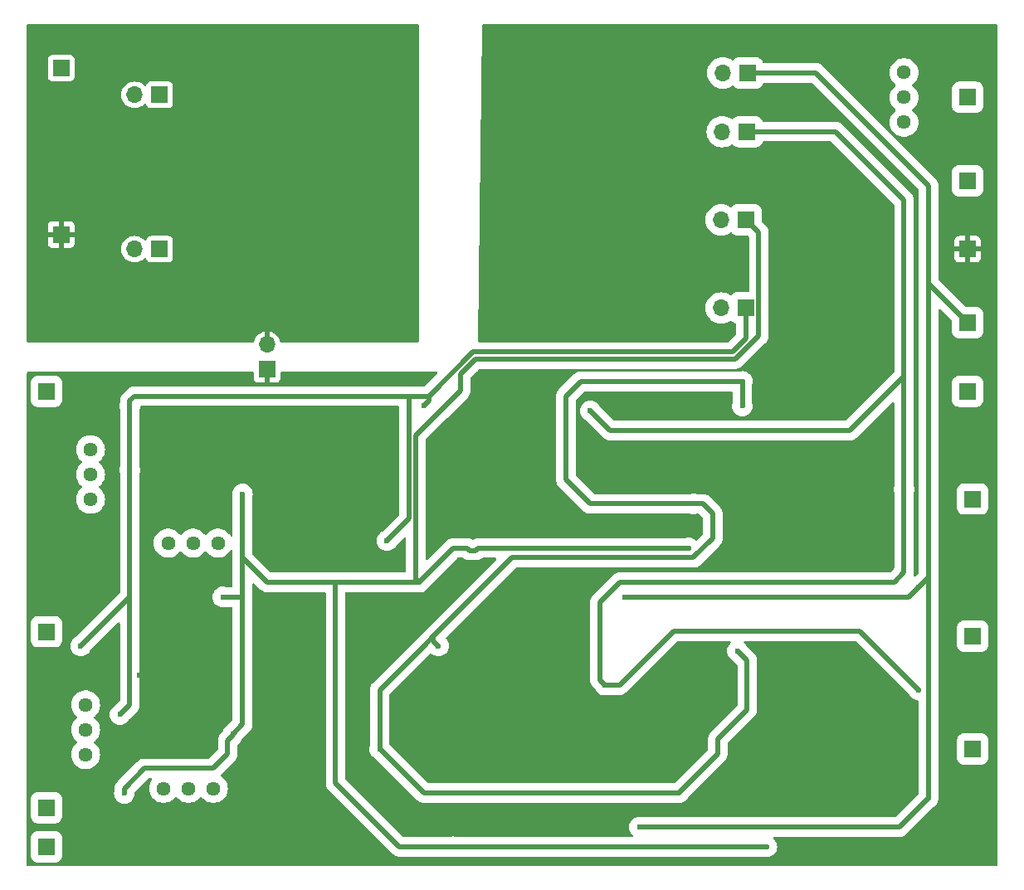
<source format=gbr>
%TF.GenerationSoftware,KiCad,Pcbnew,8.0.8*%
%TF.CreationDate,2025-02-22T00:09:07-08:00*%
%TF.ProjectId,deflection_board,6465666c-6563-4746-996f-6e5f626f6172,rev?*%
%TF.SameCoordinates,Original*%
%TF.FileFunction,Copper,L2,Bot*%
%TF.FilePolarity,Positive*%
%FSLAX46Y46*%
G04 Gerber Fmt 4.6, Leading zero omitted, Abs format (unit mm)*
G04 Created by KiCad (PCBNEW 8.0.8) date 2025-02-22 00:09:07*
%MOMM*%
%LPD*%
G01*
G04 APERTURE LIST*
%TA.AperFunction,ComponentPad*%
%ADD10C,1.440000*%
%TD*%
%TA.AperFunction,ComponentPad*%
%ADD11R,1.700000X1.700000*%
%TD*%
%TA.AperFunction,ComponentPad*%
%ADD12O,1.700000X1.700000*%
%TD*%
%TA.AperFunction,ViaPad*%
%ADD13C,0.600000*%
%TD*%
%TA.AperFunction,Conductor*%
%ADD14C,0.500000*%
%TD*%
G04 APERTURE END LIST*
D10*
%TO.P,RV2,1,1*%
%TO.N,Net-(R45-Pad2)*%
X128000000Y-90960000D03*
%TO.P,RV2,2,2*%
%TO.N,Net-(RV2-Pad2)*%
X128000000Y-93500000D03*
%TO.P,RV2,3,3*%
%TO.N,Net-(R48-Pad1)*%
X128000000Y-96040000D03*
%TD*%
D11*
%TO.P,J2,1,Pin_1*%
%TO.N,Net-(J2-Pin_1)*%
X123500000Y-109546249D03*
%TD*%
%TO.P,J19,1,Pin_1*%
%TO.N,+150V*%
X195000000Y-58500000D03*
D12*
%TO.P,J19,2,Pin_2*%
%TO.N,Net-(D2-K)*%
X192460000Y-58500000D03*
%TD*%
D10*
%TO.P,RV3,1,1*%
%TO.N,Net-(R50-Pad2)*%
X141000000Y-100500000D03*
%TO.P,RV3,2,2*%
%TO.N,X2_amp_input*%
X138460000Y-100500000D03*
%TO.P,RV3,3,3*%
%TO.N,unconnected-(RV3-Pad3)*%
X135920000Y-100500000D03*
%TD*%
D11*
%TO.P,J4,1,Pin_1*%
%TO.N,Net-(J4-Pin_1)*%
X217500000Y-85000000D03*
%TD*%
%TO.P,J14,1,Pin_1*%
%TO.N,-150V*%
X217500000Y-78000000D03*
%TD*%
D10*
%TO.P,RV5,1,1*%
%TO.N,Net-(R54-Pad2)*%
X140540000Y-125546249D03*
%TO.P,RV5,2,2*%
%TO.N,Y2_amp_input*%
X138000000Y-125546249D03*
%TO.P,RV5,3,3*%
%TO.N,unconnected-(RV5-Pad3)*%
X135460000Y-125546249D03*
%TD*%
D11*
%TO.P,J10,1,Pin_1*%
%TO.N,+5V*%
X123500000Y-127500000D03*
%TD*%
%TO.P,J11,1,Pin_1*%
%TO.N,GND*%
X217500000Y-70500000D03*
%TD*%
%TO.P,J13,1,Pin_1*%
%TO.N,+150V*%
X217500000Y-63500000D03*
%TD*%
%TO.P,J17,1,Pin_1*%
%TO.N,-5V*%
X194875000Y-67500000D03*
D12*
%TO.P,J17,2,Pin_2*%
%TO.N,Net-(J17-Pin_2)*%
X192335000Y-67500000D03*
%TD*%
D11*
%TO.P,J6,1,Pin_1*%
%TO.N,Net-(J6-Pin_1)*%
X218000000Y-110000000D03*
%TD*%
%TO.P,J7,1,Pin_1*%
%TO.N,Net-(J7-Pin_1)*%
X218000000Y-121500000D03*
%TD*%
%TO.P,J1,1,Pin_1*%
%TO.N,Net-(J1-Pin_1)*%
X217500000Y-55000000D03*
%TD*%
%TO.P,J16,1,Pin_1*%
%TO.N,+5V*%
X194875000Y-76500000D03*
D12*
%TO.P,J16,2,Pin_2*%
%TO.N,Net-(J16-Pin_2)*%
X192335000Y-76500000D03*
%TD*%
D11*
%TO.P,J5,1,Pin_1*%
%TO.N,Net-(J5-Pin_1)*%
X218000000Y-96000000D03*
%TD*%
%TO.P,J9,1,Pin_1*%
%TO.N,VIN_GND*%
X125000000Y-69000000D03*
%TD*%
D10*
%TO.P,RV4,1,1*%
%TO.N,Net-(R51-Pad2)*%
X127500000Y-117006249D03*
%TO.P,RV4,2,2*%
%TO.N,Net-(RV4-Pad2)*%
X127500000Y-119546249D03*
%TO.P,RV4,3,3*%
%TO.N,Net-(R52-Pad1)*%
X127500000Y-122086249D03*
%TD*%
%TO.P,RV1,1,1*%
%TO.N,Net-(D2-K)*%
X211000000Y-57550000D03*
%TO.P,RV1,2,2*%
%TO.N,Net-(J1-Pin_1)*%
X211000000Y-55010000D03*
%TO.P,RV1,3,3*%
%TO.N,Net-(D1-A)*%
X211000000Y-52470000D03*
%TD*%
D11*
%TO.P,J18,1,Pin_1*%
%TO.N,-150V*%
X195040000Y-52500000D03*
D12*
%TO.P,J18,2,Pin_2*%
%TO.N,Net-(D1-A)*%
X192500000Y-52500000D03*
%TD*%
D11*
%TO.P,J12,1,Pin_1*%
%TO.N,-5V*%
X123500000Y-131500000D03*
%TD*%
%TO.P,J8,1,Pin_1*%
%TO.N,+12V*%
X125000000Y-52000000D03*
%TD*%
%TO.P,J21,1,Pin_1*%
%TO.N,/150v_supply*%
X135040000Y-54745000D03*
D12*
%TO.P,J21,2,Pin_2*%
%TO.N,+12V*%
X132500000Y-54745000D03*
%TD*%
D11*
%TO.P,J20,1,Pin_1*%
%TO.N,/5v_supply*%
X135040000Y-70500000D03*
D12*
%TO.P,J20,2,Pin_2*%
%TO.N,+12V*%
X132500000Y-70500000D03*
%TD*%
D11*
%TO.P,J15,1,Pin_1*%
%TO.N,GND*%
X146000000Y-82775000D03*
D12*
%TO.P,J15,2,Pin_2*%
%TO.N,VIN_GND*%
X146000000Y-80235000D03*
%TD*%
D11*
%TO.P,J3,1,Pin_1*%
%TO.N,Net-(J3-Pin_1)*%
X123500000Y-85000000D03*
%TD*%
D13*
%TO.N,GND*%
X143000000Y-90000000D03*
X123000000Y-117500000D03*
X203500000Y-96000000D03*
X133000000Y-114000000D03*
X155000000Y-114000000D03*
X194500000Y-120500000D03*
X150000000Y-108000000D03*
X137500000Y-116500000D03*
X138500000Y-92000000D03*
X155500000Y-95500000D03*
X170500000Y-96000000D03*
X150500000Y-101000000D03*
X142000000Y-114500000D03*
X163000000Y-95500000D03*
X142500000Y-84000000D03*
X171500000Y-120500000D03*
X199000000Y-126000000D03*
X199000000Y-69500000D03*
X219000000Y-105500000D03*
X179000000Y-130000000D03*
X160000000Y-129000000D03*
X195000000Y-95500000D03*
X203500000Y-121000000D03*
X199500000Y-62000000D03*
X187000000Y-120500000D03*
X134000000Y-90000000D03*
X162000000Y-119500000D03*
X137500000Y-131500000D03*
X198500000Y-84000000D03*
X194000000Y-103000000D03*
X147500000Y-88500000D03*
X123500000Y-90500000D03*
X206000000Y-79500000D03*
X219000000Y-132000000D03*
X166500000Y-99500000D03*
X140000000Y-131500000D03*
X154000000Y-131500000D03*
X147000000Y-118500000D03*
X150500000Y-125500000D03*
X218500000Y-89500000D03*
%TO.N,VIN_GND*%
X129000000Y-67500000D03*
X133500000Y-49500000D03*
X124500000Y-76500000D03*
X148500000Y-78000000D03*
X154500000Y-63500000D03*
X146000000Y-61500000D03*
X137500000Y-59000000D03*
X136500000Y-76500000D03*
%TO.N,+5V*%
X158250000Y-100250000D03*
X157500000Y-121500000D03*
X194500000Y-86500000D03*
X132000000Y-93000000D03*
X132000000Y-86500000D03*
X162000000Y-86500000D03*
X189500000Y-96500000D03*
X163500000Y-111000000D03*
X194000000Y-111500000D03*
X131000000Y-118000000D03*
X127000000Y-111000000D03*
X188000000Y-126000000D03*
X194500000Y-84000000D03*
%TO.N,-5V*%
X142540000Y-119960000D03*
X161500000Y-104500000D03*
X165000000Y-131500000D03*
X197000000Y-131500000D03*
X141500000Y-106000000D03*
X143500000Y-95500000D03*
X189000000Y-101000000D03*
X131453751Y-126046249D03*
%TO.N,+150V*%
X212500000Y-115500000D03*
X179000000Y-87000000D03*
X211000000Y-95000000D03*
X180500000Y-115000000D03*
%TO.N,-150V*%
X184000000Y-129500000D03*
X212500000Y-105000000D03*
X213500000Y-126500000D03*
X182500000Y-106000000D03*
%TD*%
D14*
%TO.N,+5V*%
X160500000Y-85500000D02*
X132500000Y-85500000D01*
X162000000Y-111000000D02*
X157500000Y-115500000D01*
X132000000Y-86500000D02*
X132000000Y-93000000D01*
X132000000Y-117000000D02*
X131000000Y-118000000D01*
X192000000Y-122000000D02*
X188000000Y-126000000D01*
X195000000Y-117500000D02*
X192000000Y-120500000D01*
X162000000Y-126000000D02*
X188000000Y-126000000D01*
X163000000Y-110500000D02*
X163000000Y-110000000D01*
X191500000Y-100000000D02*
X189500000Y-102000000D01*
X194500000Y-86500000D02*
X194500000Y-84000000D01*
X132000000Y-104000000D02*
X132000000Y-106000000D01*
X176500000Y-85500000D02*
X176500000Y-94000000D01*
X163500000Y-111000000D02*
X163000000Y-110500000D01*
X194500000Y-84000000D02*
X178000000Y-84000000D01*
X162500000Y-85500000D02*
X162500000Y-86000000D01*
X176500000Y-94000000D02*
X179000000Y-96500000D01*
X132000000Y-106000000D02*
X127000000Y-111000000D01*
X178000000Y-84000000D02*
X176500000Y-85500000D01*
X189500000Y-102000000D02*
X186000000Y-102000000D01*
X132000000Y-93000000D02*
X132000000Y-104000000D01*
X162500000Y-86000000D02*
X162000000Y-86500000D01*
X132000000Y-104000000D02*
X132000000Y-117000000D01*
X132000000Y-86000000D02*
X132000000Y-86500000D01*
X163000000Y-110000000D02*
X162000000Y-111000000D01*
X194000000Y-111500000D02*
X195000000Y-112500000D01*
X189500000Y-96500000D02*
X190500000Y-96500000D01*
X162500000Y-85500000D02*
X160500000Y-85500000D01*
X179000000Y-96500000D02*
X189500000Y-96500000D01*
X193500000Y-81000000D02*
X167000000Y-81000000D01*
X157500000Y-121500000D02*
X162000000Y-126000000D01*
X167000000Y-81000000D02*
X162500000Y-85500000D01*
X192000000Y-120500000D02*
X192000000Y-122000000D01*
X191500000Y-97500000D02*
X191500000Y-100000000D01*
X194875000Y-79625000D02*
X193500000Y-81000000D01*
X195000000Y-112500000D02*
X195000000Y-117500000D01*
X194875000Y-76500000D02*
X194875000Y-79625000D01*
X132000000Y-86000000D02*
X132500000Y-85500000D01*
X190500000Y-96500000D02*
X191500000Y-97500000D01*
X160500000Y-98000000D02*
X160500000Y-85500000D01*
X186000000Y-102000000D02*
X171000000Y-102000000D01*
X157500000Y-121500000D02*
X157500000Y-121000000D01*
X171000000Y-102000000D02*
X163000000Y-110000000D01*
X157500000Y-115500000D02*
X157500000Y-121500000D01*
X158250000Y-100250000D02*
X160500000Y-98000000D01*
%TO.N,-5V*%
X196175000Y-68800000D02*
X196175000Y-79314950D01*
X196175000Y-79314950D02*
X193789950Y-81700000D01*
X146000000Y-104500000D02*
X143500000Y-102000000D01*
X153000000Y-125000000D02*
X159500000Y-131500000D01*
X156000000Y-104500000D02*
X153000000Y-104500000D01*
X165744975Y-83244975D02*
X165744975Y-84955025D01*
X161200000Y-89500000D02*
X161200000Y-104200000D01*
X143500000Y-106000000D02*
X143500000Y-119000000D01*
X140500000Y-123500000D02*
X133500000Y-123500000D01*
X133500000Y-123500000D02*
X131453751Y-125546249D01*
X161200000Y-104200000D02*
X161500000Y-104500000D01*
X142000000Y-120646910D02*
X142000000Y-122000000D01*
X167560661Y-101000000D02*
X167310661Y-101250000D01*
X143500000Y-102000000D02*
X143500000Y-95500000D01*
X194875000Y-67500000D02*
X196175000Y-68800000D01*
X143500000Y-102000000D02*
X143500000Y-106000000D01*
X142000000Y-122000000D02*
X140500000Y-123500000D01*
X166439339Y-101000000D02*
X165000000Y-101000000D01*
X143500000Y-119000000D02*
X142540000Y-119960000D01*
X193789950Y-81700000D02*
X167289950Y-81700000D01*
X159500000Y-131500000D02*
X165000000Y-131500000D01*
X166689339Y-101250000D02*
X166439339Y-101000000D01*
X165000000Y-101000000D02*
X161500000Y-104500000D01*
X165000000Y-131500000D02*
X197000000Y-131500000D01*
X143500000Y-106000000D02*
X141500000Y-106000000D01*
X131453751Y-125546249D02*
X131453751Y-126046249D01*
X153000000Y-104500000D02*
X153000000Y-125000000D01*
X189000000Y-101000000D02*
X167560661Y-101000000D01*
X142540000Y-120106910D02*
X142000000Y-120646910D01*
X153000000Y-104500000D02*
X146000000Y-104500000D01*
X165744975Y-84955025D02*
X161200000Y-89500000D01*
X161500000Y-104500000D02*
X156000000Y-104500000D01*
X167289950Y-81700000D02*
X165744975Y-83244975D01*
X167310661Y-101250000D02*
X166689339Y-101250000D01*
X142540000Y-119960000D02*
X142540000Y-120106910D01*
%TO.N,+150V*%
X210000000Y-104500000D02*
X182000000Y-104500000D01*
X179000000Y-87000000D02*
X181000000Y-89000000D01*
X211000000Y-103500000D02*
X210000000Y-104500000D01*
X211000000Y-95000000D02*
X211000000Y-103500000D01*
X204000000Y-58500000D02*
X211000000Y-65500000D01*
X211000000Y-95000000D02*
X211000000Y-83500000D01*
X182000000Y-115000000D02*
X187500000Y-109500000D01*
X205500000Y-89000000D02*
X211000000Y-83500000D01*
X187500000Y-109500000D02*
X206500000Y-109500000D01*
X195000000Y-58500000D02*
X204000000Y-58500000D01*
X206500000Y-109500000D02*
X212500000Y-115500000D01*
X211000000Y-83500000D02*
X211000000Y-65500000D01*
X181000000Y-89000000D02*
X205500000Y-89000000D01*
X180000000Y-114500000D02*
X180500000Y-115000000D01*
X182000000Y-104500000D02*
X180000000Y-106500000D01*
X180500000Y-115000000D02*
X182000000Y-115000000D01*
X180000000Y-106500000D02*
X180000000Y-114500000D01*
%TO.N,-150V*%
X213500000Y-126500000D02*
X210500000Y-129500000D01*
X217500000Y-78000000D02*
X213500000Y-74000000D01*
X211500000Y-106000000D02*
X212500000Y-105000000D01*
X213500000Y-104000000D02*
X213500000Y-126500000D01*
X213500000Y-64000000D02*
X213500000Y-69500000D01*
X213500000Y-104000000D02*
X212500000Y-105000000D01*
X210500000Y-129500000D02*
X184000000Y-129500000D01*
X213500000Y-74000000D02*
X213500000Y-69500000D01*
X182500000Y-106000000D02*
X211500000Y-106000000D01*
X202000000Y-52500000D02*
X213500000Y-64000000D01*
X195040000Y-52500000D02*
X202000000Y-52500000D01*
X213500000Y-69500000D02*
X213500000Y-104000000D01*
%TD*%
%TA.AperFunction,Conductor*%
%TO.N,GND*%
G36*
X220442539Y-47520185D02*
G01*
X220488294Y-47572989D01*
X220499500Y-47624500D01*
X220499500Y-83000000D01*
X214500500Y-83000000D01*
X214500500Y-76714782D01*
X214520185Y-76647743D01*
X214572989Y-76601988D01*
X214642147Y-76592044D01*
X214705703Y-76621069D01*
X214712181Y-76627101D01*
X215863181Y-77778102D01*
X215896666Y-77839425D01*
X215899500Y-77865783D01*
X215899500Y-78900001D01*
X215899501Y-78900019D01*
X215910000Y-79002796D01*
X215910001Y-79002799D01*
X215961834Y-79159217D01*
X215965186Y-79169334D01*
X216057288Y-79318656D01*
X216181344Y-79442712D01*
X216330666Y-79534814D01*
X216497203Y-79589999D01*
X216599991Y-79600500D01*
X218400008Y-79600499D01*
X218502797Y-79589999D01*
X218669334Y-79534814D01*
X218818656Y-79442712D01*
X218942712Y-79318656D01*
X219034814Y-79169334D01*
X219089999Y-79002797D01*
X219100500Y-78900009D01*
X219100499Y-77099992D01*
X219089999Y-76997203D01*
X219034814Y-76830666D01*
X218942712Y-76681344D01*
X218818656Y-76557288D01*
X218669334Y-76465186D01*
X218502797Y-76410001D01*
X218502795Y-76410000D01*
X218400016Y-76399500D01*
X218400009Y-76399500D01*
X217365783Y-76399500D01*
X217298744Y-76379815D01*
X217278102Y-76363181D01*
X214536819Y-73621898D01*
X214503334Y-73560575D01*
X214500500Y-73534217D01*
X214500500Y-69602155D01*
X216150000Y-69602155D01*
X216150000Y-70250000D01*
X217066988Y-70250000D01*
X217034075Y-70307007D01*
X217000000Y-70434174D01*
X217000000Y-70565826D01*
X217034075Y-70692993D01*
X217066988Y-70750000D01*
X216150000Y-70750000D01*
X216150000Y-71397844D01*
X216156401Y-71457372D01*
X216156403Y-71457379D01*
X216206645Y-71592086D01*
X216206649Y-71592093D01*
X216292809Y-71707187D01*
X216292812Y-71707190D01*
X216407906Y-71793350D01*
X216407913Y-71793354D01*
X216542620Y-71843596D01*
X216542627Y-71843598D01*
X216602155Y-71849999D01*
X216602172Y-71850000D01*
X217250000Y-71850000D01*
X217250000Y-70933012D01*
X217307007Y-70965925D01*
X217434174Y-71000000D01*
X217565826Y-71000000D01*
X217692993Y-70965925D01*
X217750000Y-70933012D01*
X217750000Y-71850000D01*
X218397828Y-71850000D01*
X218397844Y-71849999D01*
X218457372Y-71843598D01*
X218457379Y-71843596D01*
X218592086Y-71793354D01*
X218592093Y-71793350D01*
X218707187Y-71707190D01*
X218707190Y-71707187D01*
X218793350Y-71592093D01*
X218793354Y-71592086D01*
X218843596Y-71457379D01*
X218843598Y-71457372D01*
X218849999Y-71397844D01*
X218850000Y-71397827D01*
X218850000Y-70750000D01*
X217933012Y-70750000D01*
X217965925Y-70692993D01*
X218000000Y-70565826D01*
X218000000Y-70434174D01*
X217965925Y-70307007D01*
X217933012Y-70250000D01*
X218850000Y-70250000D01*
X218850000Y-69602172D01*
X218849999Y-69602155D01*
X218843598Y-69542627D01*
X218843596Y-69542620D01*
X218793354Y-69407913D01*
X218793350Y-69407906D01*
X218707190Y-69292812D01*
X218707187Y-69292809D01*
X218592093Y-69206649D01*
X218592086Y-69206645D01*
X218457379Y-69156403D01*
X218457372Y-69156401D01*
X218397844Y-69150000D01*
X217750000Y-69150000D01*
X217750000Y-70066988D01*
X217692993Y-70034075D01*
X217565826Y-70000000D01*
X217434174Y-70000000D01*
X217307007Y-70034075D01*
X217250000Y-70066988D01*
X217250000Y-69150000D01*
X216602155Y-69150000D01*
X216542627Y-69156401D01*
X216542620Y-69156403D01*
X216407913Y-69206645D01*
X216407906Y-69206649D01*
X216292812Y-69292809D01*
X216292809Y-69292812D01*
X216206649Y-69407906D01*
X216206645Y-69407913D01*
X216156403Y-69542620D01*
X216156401Y-69542627D01*
X216150000Y-69602155D01*
X214500500Y-69602155D01*
X214500500Y-63901456D01*
X214462052Y-63708170D01*
X214462051Y-63708169D01*
X214462051Y-63708165D01*
X214462049Y-63708160D01*
X214386635Y-63526092D01*
X214386628Y-63526079D01*
X214277139Y-63362218D01*
X214277136Y-63362214D01*
X214134686Y-63219764D01*
X214134655Y-63219735D01*
X213514903Y-62599983D01*
X215899500Y-62599983D01*
X215899500Y-64400001D01*
X215899501Y-64400018D01*
X215910000Y-64502796D01*
X215910001Y-64502799D01*
X215965185Y-64669331D01*
X215965186Y-64669334D01*
X216057288Y-64818656D01*
X216181344Y-64942712D01*
X216330666Y-65034814D01*
X216497203Y-65089999D01*
X216599991Y-65100500D01*
X218400008Y-65100499D01*
X218502797Y-65089999D01*
X218669334Y-65034814D01*
X218818656Y-64942712D01*
X218942712Y-64818656D01*
X219034814Y-64669334D01*
X219089999Y-64502797D01*
X219100500Y-64400009D01*
X219100499Y-62599992D01*
X219089999Y-62497203D01*
X219034814Y-62330666D01*
X218942712Y-62181344D01*
X218818656Y-62057288D01*
X218669334Y-61965186D01*
X218502797Y-61910001D01*
X218502795Y-61910000D01*
X218400010Y-61899500D01*
X216599998Y-61899500D01*
X216599981Y-61899501D01*
X216497203Y-61910000D01*
X216497200Y-61910001D01*
X216330668Y-61965185D01*
X216330663Y-61965187D01*
X216181342Y-62057289D01*
X216057289Y-62181342D01*
X215965187Y-62330663D01*
X215965186Y-62330666D01*
X215910001Y-62497203D01*
X215910001Y-62497204D01*
X215910000Y-62497204D01*
X215899500Y-62599983D01*
X213514903Y-62599983D01*
X203384913Y-52469993D01*
X209524460Y-52469993D01*
X209524460Y-52470006D01*
X209544582Y-52712858D01*
X209544584Y-52712866D01*
X209604408Y-52949106D01*
X209702301Y-53172280D01*
X209835590Y-53376292D01*
X209835592Y-53376295D01*
X210000644Y-53555590D01*
X210102956Y-53635223D01*
X210111852Y-53642147D01*
X210152665Y-53698857D01*
X210156339Y-53768630D01*
X210121707Y-53829313D01*
X210111852Y-53837853D01*
X210000646Y-53924408D01*
X209835593Y-54103703D01*
X209835590Y-54103707D01*
X209702301Y-54307719D01*
X209604408Y-54530893D01*
X209544584Y-54767133D01*
X209544582Y-54767141D01*
X209524460Y-55009993D01*
X209524460Y-55010006D01*
X209544582Y-55252858D01*
X209544584Y-55252866D01*
X209604408Y-55489106D01*
X209702301Y-55712280D01*
X209824951Y-55900008D01*
X209835592Y-55916295D01*
X210000644Y-56095590D01*
X210095386Y-56169331D01*
X210111852Y-56182147D01*
X210152665Y-56238857D01*
X210156339Y-56308630D01*
X210121707Y-56369313D01*
X210111852Y-56377853D01*
X210000646Y-56464408D01*
X209835593Y-56643703D01*
X209835590Y-56643707D01*
X209702301Y-56847719D01*
X209604408Y-57070893D01*
X209544584Y-57307133D01*
X209544582Y-57307141D01*
X209524460Y-57549993D01*
X209524460Y-57550000D01*
X209544582Y-57792858D01*
X209544584Y-57792866D01*
X209604408Y-58029106D01*
X209702301Y-58252280D01*
X209835590Y-58456292D01*
X209835592Y-58456295D01*
X210000644Y-58635590D01*
X210192956Y-58785273D01*
X210192958Y-58785274D01*
X210192961Y-58785276D01*
X210317557Y-58852703D01*
X210407282Y-58901260D01*
X210637776Y-58980389D01*
X210878151Y-59020500D01*
X211121849Y-59020500D01*
X211362224Y-58980389D01*
X211592718Y-58901260D01*
X211807044Y-58785273D01*
X211999356Y-58635590D01*
X212164408Y-58456295D01*
X212297699Y-58252279D01*
X212395591Y-58029107D01*
X212455416Y-57792866D01*
X212457217Y-57771140D01*
X212475540Y-57550000D01*
X212475540Y-57549993D01*
X212455417Y-57307141D01*
X212455416Y-57307138D01*
X212455416Y-57307134D01*
X212395591Y-57070893D01*
X212297699Y-56847721D01*
X212164408Y-56643705D01*
X211999356Y-56464410D01*
X211888148Y-56377853D01*
X211847335Y-56321143D01*
X211843661Y-56251370D01*
X211878293Y-56190687D01*
X211888148Y-56182147D01*
X211904614Y-56169331D01*
X211999356Y-56095590D01*
X212164408Y-55916295D01*
X212297699Y-55712279D01*
X212395591Y-55489107D01*
X212455416Y-55252866D01*
X212475540Y-55010000D01*
X212475540Y-55009993D01*
X212455417Y-54767141D01*
X212455416Y-54767138D01*
X212455416Y-54767134D01*
X212395591Y-54530893D01*
X212297699Y-54307721D01*
X212164408Y-54103705D01*
X212160982Y-54099983D01*
X215899500Y-54099983D01*
X215899500Y-55900001D01*
X215899501Y-55900018D01*
X215910000Y-56002796D01*
X215910001Y-56002799D01*
X215965185Y-56169331D01*
X215965187Y-56169336D01*
X216000069Y-56225888D01*
X216057288Y-56318656D01*
X216181344Y-56442712D01*
X216330666Y-56534814D01*
X216497203Y-56589999D01*
X216599991Y-56600500D01*
X218400008Y-56600499D01*
X218502797Y-56589999D01*
X218669334Y-56534814D01*
X218818656Y-56442712D01*
X218942712Y-56318656D01*
X219034814Y-56169334D01*
X219089999Y-56002797D01*
X219100500Y-55900009D01*
X219100499Y-54099992D01*
X219089999Y-53997203D01*
X219034814Y-53830666D01*
X218942712Y-53681344D01*
X218818656Y-53557288D01*
X218669334Y-53465186D01*
X218502797Y-53410001D01*
X218502795Y-53410000D01*
X218400010Y-53399500D01*
X216599998Y-53399500D01*
X216599981Y-53399501D01*
X216497203Y-53410000D01*
X216497200Y-53410001D01*
X216330668Y-53465185D01*
X216330663Y-53465187D01*
X216181342Y-53557289D01*
X216057289Y-53681342D01*
X215965187Y-53830663D01*
X215965186Y-53830666D01*
X215910001Y-53997203D01*
X215910001Y-53997204D01*
X215910000Y-53997204D01*
X215899500Y-54099983D01*
X212160982Y-54099983D01*
X211999356Y-53924410D01*
X211888148Y-53837853D01*
X211847335Y-53781143D01*
X211843661Y-53711370D01*
X211878293Y-53650687D01*
X211888148Y-53642147D01*
X211889313Y-53641239D01*
X211999356Y-53555590D01*
X212164408Y-53376295D01*
X212297699Y-53172279D01*
X212395591Y-52949107D01*
X212455416Y-52712866D01*
X212455417Y-52712858D01*
X212475540Y-52470006D01*
X212475540Y-52469993D01*
X212455417Y-52227141D01*
X212455416Y-52227138D01*
X212455416Y-52227134D01*
X212395591Y-51990893D01*
X212297699Y-51767721D01*
X212268390Y-51722861D01*
X212231053Y-51665713D01*
X212164408Y-51563705D01*
X211999356Y-51384410D01*
X211999351Y-51384406D01*
X211999349Y-51384404D01*
X211807047Y-51234729D01*
X211807038Y-51234723D01*
X211592724Y-51118743D01*
X211592721Y-51118742D01*
X211592718Y-51118740D01*
X211592712Y-51118738D01*
X211592710Y-51118737D01*
X211362226Y-51039611D01*
X211121849Y-50999500D01*
X210878151Y-50999500D01*
X210637773Y-51039611D01*
X210407289Y-51118737D01*
X210407275Y-51118743D01*
X210192961Y-51234723D01*
X210192952Y-51234729D01*
X210000650Y-51384404D01*
X210000647Y-51384407D01*
X209835593Y-51563703D01*
X209835590Y-51563707D01*
X209702301Y-51767719D01*
X209604408Y-51990893D01*
X209544584Y-52227133D01*
X209544582Y-52227141D01*
X209524460Y-52469993D01*
X203384913Y-52469993D01*
X202781479Y-51866559D01*
X202781459Y-51866537D01*
X202637785Y-51722863D01*
X202637781Y-51722860D01*
X202473920Y-51613371D01*
X202473907Y-51613364D01*
X202336239Y-51556341D01*
X202336238Y-51556341D01*
X202291836Y-51537949D01*
X202291828Y-51537947D01*
X202195188Y-51518724D01*
X202098544Y-51499500D01*
X202098541Y-51499500D01*
X196720301Y-51499500D01*
X196653262Y-51479815D01*
X196607507Y-51427011D01*
X196602595Y-51414504D01*
X196592621Y-51384404D01*
X196574814Y-51330666D01*
X196482712Y-51181344D01*
X196358656Y-51057288D01*
X196264966Y-50999500D01*
X196209336Y-50965187D01*
X196209331Y-50965185D01*
X196207862Y-50964698D01*
X196042797Y-50910001D01*
X196042795Y-50910000D01*
X195940010Y-50899500D01*
X194139998Y-50899500D01*
X194139981Y-50899501D01*
X194037203Y-50910000D01*
X194037200Y-50910001D01*
X193870668Y-50965185D01*
X193870663Y-50965187D01*
X193721345Y-51057287D01*
X193595748Y-51182884D01*
X193534425Y-51216368D01*
X193464733Y-51211384D01*
X193443277Y-51200929D01*
X193228859Y-51069533D01*
X192996110Y-50973126D01*
X192751151Y-50914317D01*
X192500000Y-50894551D01*
X192248848Y-50914317D01*
X192003889Y-50973126D01*
X191771140Y-51069533D01*
X191556346Y-51201160D01*
X191556343Y-51201161D01*
X191364776Y-51364776D01*
X191201164Y-51556341D01*
X191201160Y-51556346D01*
X191069533Y-51771140D01*
X190973126Y-52003889D01*
X190914317Y-52248848D01*
X190894551Y-52500000D01*
X190914317Y-52751151D01*
X190973126Y-52996110D01*
X191069533Y-53228859D01*
X191201160Y-53443653D01*
X191201161Y-53443656D01*
X191249711Y-53500500D01*
X191364776Y-53635224D01*
X191463726Y-53719735D01*
X191556343Y-53798838D01*
X191556346Y-53798839D01*
X191771140Y-53930466D01*
X191932259Y-53997203D01*
X192003889Y-54026873D01*
X192248852Y-54085683D01*
X192500000Y-54105449D01*
X192751148Y-54085683D01*
X192996111Y-54026873D01*
X193228859Y-53930466D01*
X193443277Y-53799069D01*
X193510722Y-53780825D01*
X193577325Y-53801941D01*
X193595748Y-53817116D01*
X193597288Y-53818656D01*
X193721344Y-53942712D01*
X193870666Y-54034814D01*
X194037203Y-54089999D01*
X194139991Y-54100500D01*
X195940008Y-54100499D01*
X196042797Y-54089999D01*
X196209334Y-54034814D01*
X196358656Y-53942712D01*
X196482712Y-53818656D01*
X196574814Y-53669334D01*
X196602595Y-53585495D01*
X196642368Y-53528051D01*
X196706884Y-53501228D01*
X196720301Y-53500500D01*
X201534218Y-53500500D01*
X201601257Y-53520185D01*
X201621899Y-53536819D01*
X212463181Y-64378101D01*
X212496666Y-64439424D01*
X212499500Y-64465782D01*
X212499500Y-83000000D01*
X212000500Y-83000000D01*
X212000500Y-65401456D01*
X211962052Y-65208170D01*
X211962051Y-65208169D01*
X211962051Y-65208165D01*
X211917455Y-65100499D01*
X211886635Y-65026092D01*
X211886628Y-65026079D01*
X211777139Y-64862218D01*
X211777136Y-64862214D01*
X211634686Y-64719764D01*
X211634655Y-64719735D01*
X204781479Y-57866559D01*
X204781459Y-57866537D01*
X204637785Y-57722863D01*
X204637781Y-57722860D01*
X204473920Y-57613371D01*
X204473907Y-57613364D01*
X204320930Y-57550000D01*
X204291837Y-57537949D01*
X204291829Y-57537947D01*
X204195188Y-57518724D01*
X204098544Y-57499500D01*
X204098541Y-57499500D01*
X196680301Y-57499500D01*
X196613262Y-57479815D01*
X196567507Y-57427011D01*
X196562595Y-57414504D01*
X196534814Y-57330666D01*
X196442712Y-57181344D01*
X196318656Y-57057288D01*
X196225888Y-57000069D01*
X196169336Y-56965187D01*
X196169331Y-56965185D01*
X196167862Y-56964698D01*
X196002797Y-56910001D01*
X196002795Y-56910000D01*
X195900010Y-56899500D01*
X194099998Y-56899500D01*
X194099981Y-56899501D01*
X193997203Y-56910000D01*
X193997200Y-56910001D01*
X193830668Y-56965185D01*
X193830663Y-56965187D01*
X193681345Y-57057287D01*
X193555748Y-57182884D01*
X193494425Y-57216368D01*
X193424733Y-57211384D01*
X193403277Y-57200929D01*
X193188859Y-57069533D01*
X192956110Y-56973126D01*
X192711151Y-56914317D01*
X192460000Y-56894551D01*
X192208848Y-56914317D01*
X191963889Y-56973126D01*
X191731140Y-57069533D01*
X191516346Y-57201160D01*
X191516343Y-57201161D01*
X191324776Y-57364776D01*
X191161161Y-57556343D01*
X191161160Y-57556346D01*
X191029533Y-57771140D01*
X190933126Y-58003889D01*
X190874317Y-58248848D01*
X190854551Y-58500000D01*
X190874317Y-58751151D01*
X190933126Y-58996110D01*
X191029533Y-59228859D01*
X191161160Y-59443653D01*
X191161161Y-59443656D01*
X191161164Y-59443659D01*
X191324776Y-59635224D01*
X191423726Y-59719735D01*
X191516343Y-59798838D01*
X191516346Y-59798839D01*
X191731140Y-59930466D01*
X191963889Y-60026873D01*
X192208852Y-60085683D01*
X192460000Y-60105449D01*
X192711148Y-60085683D01*
X192956111Y-60026873D01*
X193188859Y-59930466D01*
X193403277Y-59799069D01*
X193470722Y-59780825D01*
X193537325Y-59801941D01*
X193555748Y-59817116D01*
X193557288Y-59818656D01*
X193681344Y-59942712D01*
X193830666Y-60034814D01*
X193997203Y-60089999D01*
X194099991Y-60100500D01*
X195900008Y-60100499D01*
X196002797Y-60089999D01*
X196169334Y-60034814D01*
X196318656Y-59942712D01*
X196442712Y-59818656D01*
X196534814Y-59669334D01*
X196562595Y-59585495D01*
X196602368Y-59528051D01*
X196666884Y-59501228D01*
X196680301Y-59500500D01*
X203534218Y-59500500D01*
X203601257Y-59520185D01*
X203621899Y-59536819D01*
X209963181Y-65878101D01*
X209996666Y-65939424D01*
X209999500Y-65965782D01*
X209999500Y-83000000D01*
X194822304Y-83000000D01*
X194705934Y-82964700D01*
X194705932Y-82964699D01*
X194705934Y-82964699D01*
X194500000Y-82944417D01*
X194294067Y-82964699D01*
X194196945Y-82994161D01*
X194160950Y-82999500D01*
X177901456Y-82999500D01*
X177898942Y-83000000D01*
X167500000Y-83000000D01*
X167500640Y-82953881D01*
X167521253Y-82887123D01*
X167536938Y-82867932D01*
X167668053Y-82736818D01*
X167729377Y-82703334D01*
X167755734Y-82700500D01*
X193888492Y-82700500D01*
X193907820Y-82696655D01*
X193985138Y-82681275D01*
X194081786Y-82662051D01*
X194135115Y-82639961D01*
X194263864Y-82586632D01*
X194427732Y-82477139D01*
X194567089Y-82337782D01*
X194567090Y-82337779D01*
X194574156Y-82330714D01*
X194574159Y-82330710D01*
X196812778Y-80092091D01*
X196812782Y-80092089D01*
X196952139Y-79952732D01*
X197061632Y-79788864D01*
X197137051Y-79606785D01*
X197138302Y-79600499D01*
X197138302Y-79600498D01*
X197156275Y-79510141D01*
X197156275Y-79510138D01*
X197175500Y-79413491D01*
X197175500Y-68701459D01*
X197175500Y-68701456D01*
X197162325Y-68635225D01*
X197162325Y-68635224D01*
X197137052Y-68508165D01*
X197061632Y-68326086D01*
X197061631Y-68326085D01*
X197061628Y-68326079D01*
X196952140Y-68162219D01*
X196952137Y-68162215D01*
X196511818Y-67721896D01*
X196478333Y-67660573D01*
X196475499Y-67634215D01*
X196475499Y-66599998D01*
X196475498Y-66599981D01*
X196464999Y-66497203D01*
X196464998Y-66497200D01*
X196409814Y-66330666D01*
X196317712Y-66181344D01*
X196193656Y-66057288D01*
X196100888Y-66000069D01*
X196044336Y-65965187D01*
X196044331Y-65965185D01*
X196042862Y-65964698D01*
X195877797Y-65910001D01*
X195877795Y-65910000D01*
X195775010Y-65899500D01*
X193974998Y-65899500D01*
X193974981Y-65899501D01*
X193872203Y-65910000D01*
X193872200Y-65910001D01*
X193705668Y-65965185D01*
X193705663Y-65965187D01*
X193556345Y-66057287D01*
X193430748Y-66182884D01*
X193369425Y-66216368D01*
X193299733Y-66211384D01*
X193278277Y-66200929D01*
X193063859Y-66069533D01*
X192831110Y-65973126D01*
X192586151Y-65914317D01*
X192335000Y-65894551D01*
X192083848Y-65914317D01*
X191838889Y-65973126D01*
X191606140Y-66069533D01*
X191391346Y-66201160D01*
X191391343Y-66201161D01*
X191199776Y-66364776D01*
X191036161Y-66556343D01*
X191036160Y-66556346D01*
X190904533Y-66771140D01*
X190808126Y-67003889D01*
X190749317Y-67248848D01*
X190729551Y-67500000D01*
X190749317Y-67751151D01*
X190808126Y-67996110D01*
X190904533Y-68228859D01*
X191036160Y-68443653D01*
X191036161Y-68443656D01*
X191036164Y-68443659D01*
X191199776Y-68635224D01*
X191298726Y-68719735D01*
X191391343Y-68798838D01*
X191391346Y-68798839D01*
X191606140Y-68930466D01*
X191838889Y-69026873D01*
X192083852Y-69085683D01*
X192335000Y-69105449D01*
X192586148Y-69085683D01*
X192831111Y-69026873D01*
X193063859Y-68930466D01*
X193278277Y-68799069D01*
X193345722Y-68780825D01*
X193412325Y-68801941D01*
X193430748Y-68817116D01*
X193432288Y-68818656D01*
X193556344Y-68942712D01*
X193705666Y-69034814D01*
X193872203Y-69089999D01*
X193974991Y-69100500D01*
X195009215Y-69100499D01*
X195076254Y-69120183D01*
X195096895Y-69136817D01*
X195138180Y-69178101D01*
X195171666Y-69239423D01*
X195174500Y-69265783D01*
X195174500Y-74775500D01*
X195154815Y-74842539D01*
X195102011Y-74888294D01*
X195050500Y-74899500D01*
X193974998Y-74899500D01*
X193974981Y-74899501D01*
X193872203Y-74910000D01*
X193872200Y-74910001D01*
X193705668Y-74965185D01*
X193705663Y-74965187D01*
X193556345Y-75057287D01*
X193430748Y-75182884D01*
X193369425Y-75216368D01*
X193299733Y-75211384D01*
X193278277Y-75200929D01*
X193063859Y-75069533D01*
X192831110Y-74973126D01*
X192586151Y-74914317D01*
X192335000Y-74894551D01*
X192083848Y-74914317D01*
X191838889Y-74973126D01*
X191606140Y-75069533D01*
X191391346Y-75201160D01*
X191391343Y-75201161D01*
X191199776Y-75364776D01*
X191036161Y-75556343D01*
X191036160Y-75556346D01*
X190904533Y-75771140D01*
X190808126Y-76003889D01*
X190749317Y-76248848D01*
X190729551Y-76500000D01*
X190749317Y-76751151D01*
X190808126Y-76996110D01*
X190904533Y-77228859D01*
X191036160Y-77443653D01*
X191036161Y-77443656D01*
X191036164Y-77443659D01*
X191199776Y-77635224D01*
X191298726Y-77719735D01*
X191391343Y-77798838D01*
X191391346Y-77798839D01*
X191606140Y-77930466D01*
X191838889Y-78026873D01*
X192083852Y-78085683D01*
X192335000Y-78105449D01*
X192586148Y-78085683D01*
X192831111Y-78026873D01*
X193063859Y-77930466D01*
X193278277Y-77799069D01*
X193345722Y-77780825D01*
X193412325Y-77801941D01*
X193430748Y-77817116D01*
X193432288Y-77818656D01*
X193556344Y-77942712D01*
X193705666Y-78034814D01*
X193789505Y-78062595D01*
X193846948Y-78102366D01*
X193873772Y-78166882D01*
X193874500Y-78180300D01*
X193874500Y-79159217D01*
X193854815Y-79226256D01*
X193838181Y-79246898D01*
X193121899Y-79963181D01*
X193060576Y-79996666D01*
X193034218Y-79999500D01*
X167667408Y-79999500D01*
X167600369Y-79979815D01*
X167554614Y-79927011D01*
X167543420Y-79873778D01*
X167991351Y-47622778D01*
X168011965Y-47556018D01*
X168065399Y-47511001D01*
X168115339Y-47500500D01*
X220375500Y-47500500D01*
X220442539Y-47520185D01*
G37*
%TD.AperFunction*%
%TD*%
%TA.AperFunction,Conductor*%
%TO.N,GND*%
G36*
X144593039Y-83019685D02*
G01*
X144638794Y-83072489D01*
X144650000Y-83124000D01*
X144650000Y-83672844D01*
X144656401Y-83732372D01*
X144656403Y-83732379D01*
X144706645Y-83867086D01*
X144706649Y-83867093D01*
X144792809Y-83982187D01*
X144792812Y-83982190D01*
X144907906Y-84068350D01*
X144907913Y-84068354D01*
X145042620Y-84118596D01*
X145042627Y-84118598D01*
X145102155Y-84124999D01*
X145102172Y-84125000D01*
X145750000Y-84125000D01*
X145750000Y-83208012D01*
X145807007Y-83240925D01*
X145934174Y-83275000D01*
X146065826Y-83275000D01*
X146192993Y-83240925D01*
X146250000Y-83208012D01*
X146250000Y-84125000D01*
X146897828Y-84125000D01*
X146897844Y-84124999D01*
X146957372Y-84118598D01*
X146957379Y-84118596D01*
X147092086Y-84068354D01*
X147092093Y-84068350D01*
X147207187Y-83982190D01*
X147207190Y-83982187D01*
X147293350Y-83867093D01*
X147293354Y-83867086D01*
X147343596Y-83732379D01*
X147343598Y-83732372D01*
X147349999Y-83672844D01*
X147350000Y-83672827D01*
X147350000Y-83124000D01*
X147369685Y-83056961D01*
X147422489Y-83011206D01*
X147474000Y-83000000D01*
X163285718Y-83000000D01*
X163352757Y-83019685D01*
X163398512Y-83072489D01*
X163408456Y-83141647D01*
X163379431Y-83205203D01*
X163373399Y-83211681D01*
X162121899Y-84463181D01*
X162060576Y-84496666D01*
X162034218Y-84499500D01*
X132401455Y-84499500D01*
X132304812Y-84518724D01*
X132208167Y-84537947D01*
X132208161Y-84537949D01*
X132154834Y-84560037D01*
X132154834Y-84560038D01*
X132109315Y-84578892D01*
X132026089Y-84613366D01*
X132026079Y-84613371D01*
X131862220Y-84722859D01*
X131862219Y-84722859D01*
X131792540Y-84792538D01*
X131722861Y-84862218D01*
X131722858Y-84862221D01*
X131362221Y-85222858D01*
X131362218Y-85222861D01*
X131292538Y-85292540D01*
X131222859Y-85362219D01*
X131113371Y-85526080D01*
X131113366Y-85526089D01*
X131077215Y-85613368D01*
X131037950Y-85708160D01*
X131037949Y-85708162D01*
X131037949Y-85708164D01*
X131035026Y-85722861D01*
X130999500Y-85901456D01*
X130999500Y-86160949D01*
X130994161Y-86196943D01*
X130964699Y-86294066D01*
X130944417Y-86500000D01*
X130964699Y-86705932D01*
X130994161Y-86803054D01*
X130999500Y-86839049D01*
X130999500Y-92660949D01*
X130994161Y-92696943D01*
X130964699Y-92794066D01*
X130944417Y-93000000D01*
X130964699Y-93205932D01*
X130994161Y-93303054D01*
X130999500Y-93339049D01*
X130999500Y-105534217D01*
X130979815Y-105601256D01*
X130963181Y-105621898D01*
X126532284Y-110052794D01*
X126503058Y-110074470D01*
X126413548Y-110122315D01*
X126253589Y-110253589D01*
X126122318Y-110413546D01*
X126122315Y-110413550D01*
X126104827Y-110446267D01*
X126024769Y-110596043D01*
X125964699Y-110794067D01*
X125944417Y-111000000D01*
X125964699Y-111205932D01*
X125994734Y-111304944D01*
X126024768Y-111403954D01*
X126122315Y-111586450D01*
X126156969Y-111628677D01*
X126253589Y-111746410D01*
X126350209Y-111825702D01*
X126413550Y-111877685D01*
X126596046Y-111975232D01*
X126794066Y-112035300D01*
X126794065Y-112035300D01*
X126812529Y-112037118D01*
X127000000Y-112055583D01*
X127205934Y-112035300D01*
X127403954Y-111975232D01*
X127586450Y-111877685D01*
X127746410Y-111746410D01*
X127877685Y-111586450D01*
X127925530Y-111496937D01*
X127947201Y-111467717D01*
X130787821Y-108627098D01*
X130849142Y-108593615D01*
X130918834Y-108598599D01*
X130974767Y-108640471D01*
X130999184Y-108705935D01*
X130999500Y-108714781D01*
X130999500Y-116534217D01*
X130979815Y-116601256D01*
X130963181Y-116621898D01*
X130532284Y-117052794D01*
X130503058Y-117074470D01*
X130413548Y-117122315D01*
X130253589Y-117253589D01*
X130122317Y-117413547D01*
X130122315Y-117413550D01*
X130090046Y-117473920D01*
X130024769Y-117596043D01*
X130024768Y-117596045D01*
X130024768Y-117596046D01*
X130024011Y-117598541D01*
X129964699Y-117794067D01*
X129944417Y-118000000D01*
X129964699Y-118205932D01*
X129994714Y-118304879D01*
X130024768Y-118403954D01*
X130122315Y-118586450D01*
X130122316Y-118586451D01*
X130122317Y-118586452D01*
X130253589Y-118746410D01*
X130350209Y-118825702D01*
X130413550Y-118877685D01*
X130596046Y-118975232D01*
X130794066Y-119035300D01*
X130794065Y-119035300D01*
X130812529Y-119037118D01*
X131000000Y-119055583D01*
X131205934Y-119035300D01*
X131403954Y-118975232D01*
X131586450Y-118877685D01*
X131746410Y-118746410D01*
X131877685Y-118586450D01*
X131925530Y-118496937D01*
X131947201Y-118467717D01*
X132777140Y-117637781D01*
X132886632Y-117473914D01*
X132962052Y-117291835D01*
X133000501Y-117098540D01*
X133000501Y-116901459D01*
X133000501Y-116896349D01*
X133000500Y-116896323D01*
X133000500Y-93339049D01*
X133005839Y-93303054D01*
X133035300Y-93205934D01*
X133055583Y-93000000D01*
X133035300Y-92794066D01*
X133005839Y-92696943D01*
X133000500Y-92660949D01*
X133000500Y-86839049D01*
X133005839Y-86803054D01*
X133008565Y-86794067D01*
X133035300Y-86705934D01*
X133044518Y-86612346D01*
X133070679Y-86547558D01*
X133127714Y-86507200D01*
X133167921Y-86500500D01*
X159375500Y-86500500D01*
X159442539Y-86520185D01*
X159488294Y-86572989D01*
X159499500Y-86624500D01*
X159499500Y-97534217D01*
X159479815Y-97601256D01*
X159463181Y-97621898D01*
X157782284Y-99302794D01*
X157753058Y-99324470D01*
X157663548Y-99372315D01*
X157503589Y-99503589D01*
X157372317Y-99663547D01*
X157372315Y-99663550D01*
X157344590Y-99715420D01*
X157274769Y-99846043D01*
X157214699Y-100044067D01*
X157194417Y-100250000D01*
X157214699Y-100455932D01*
X157214700Y-100455934D01*
X157274768Y-100653954D01*
X157372315Y-100836450D01*
X157372316Y-100836451D01*
X157372317Y-100836452D01*
X157503589Y-100996410D01*
X157600209Y-101075702D01*
X157663550Y-101127685D01*
X157846046Y-101225232D01*
X158044066Y-101285300D01*
X158044065Y-101285300D01*
X158062529Y-101287118D01*
X158250000Y-101305583D01*
X158455934Y-101285300D01*
X158653954Y-101225232D01*
X158836450Y-101127685D01*
X158996410Y-100996410D01*
X159127685Y-100836450D01*
X159175530Y-100746937D01*
X159197201Y-100717717D01*
X159987820Y-99927099D01*
X160049142Y-99893615D01*
X160118834Y-99898599D01*
X160174767Y-99940471D01*
X160199184Y-100005935D01*
X160199500Y-100014781D01*
X160199500Y-103375500D01*
X160179815Y-103442539D01*
X160127011Y-103488294D01*
X160075500Y-103499500D01*
X146465782Y-103499500D01*
X146398743Y-103479815D01*
X146378101Y-103463181D01*
X144536819Y-101621899D01*
X144503334Y-101560576D01*
X144500500Y-101534218D01*
X144500500Y-95839049D01*
X144505839Y-95803054D01*
X144530165Y-95722861D01*
X144535300Y-95705934D01*
X144555583Y-95500000D01*
X144535300Y-95294066D01*
X144475232Y-95096046D01*
X144377685Y-94913550D01*
X144309662Y-94830663D01*
X144246410Y-94753589D01*
X144105300Y-94637785D01*
X144086450Y-94622315D01*
X143903954Y-94524768D01*
X143705934Y-94464700D01*
X143705932Y-94464699D01*
X143705934Y-94464699D01*
X143500000Y-94444417D01*
X143294067Y-94464699D01*
X143096043Y-94524769D01*
X143035204Y-94557289D01*
X142913550Y-94622315D01*
X142913548Y-94622316D01*
X142913547Y-94622317D01*
X142753589Y-94753589D01*
X142622317Y-94913547D01*
X142524769Y-95096043D01*
X142464699Y-95294067D01*
X142444417Y-95500000D01*
X142464699Y-95705932D01*
X142494161Y-95803054D01*
X142499500Y-95839049D01*
X142499500Y-99690091D01*
X142479815Y-99757130D01*
X142427011Y-99802885D01*
X142357853Y-99812829D01*
X142294297Y-99783804D01*
X142271692Y-99757913D01*
X142189588Y-99632245D01*
X142164408Y-99593705D01*
X141999356Y-99414410D01*
X141999351Y-99414406D01*
X141999349Y-99414404D01*
X141807047Y-99264729D01*
X141807038Y-99264723D01*
X141592724Y-99148743D01*
X141592721Y-99148742D01*
X141592718Y-99148740D01*
X141592712Y-99148738D01*
X141592710Y-99148737D01*
X141362226Y-99069611D01*
X141121849Y-99029500D01*
X140878151Y-99029500D01*
X140637773Y-99069611D01*
X140407289Y-99148737D01*
X140407275Y-99148743D01*
X140192961Y-99264723D01*
X140192952Y-99264729D01*
X140000650Y-99414404D01*
X140000647Y-99414407D01*
X139835593Y-99593703D01*
X139835587Y-99593710D01*
X139833804Y-99596441D01*
X139832789Y-99597306D01*
X139832446Y-99597748D01*
X139832355Y-99597677D01*
X139780655Y-99641795D01*
X139711423Y-99651214D01*
X139648089Y-99621708D01*
X139626196Y-99596441D01*
X139624412Y-99593710D01*
X139624406Y-99593703D01*
X139616928Y-99585580D01*
X139459356Y-99414410D01*
X139459351Y-99414406D01*
X139459349Y-99414404D01*
X139267047Y-99264729D01*
X139267038Y-99264723D01*
X139052724Y-99148743D01*
X139052721Y-99148742D01*
X139052718Y-99148740D01*
X139052712Y-99148738D01*
X139052710Y-99148737D01*
X138822226Y-99069611D01*
X138581849Y-99029500D01*
X138338151Y-99029500D01*
X138097773Y-99069611D01*
X137867289Y-99148737D01*
X137867275Y-99148743D01*
X137652961Y-99264723D01*
X137652952Y-99264729D01*
X137460650Y-99414404D01*
X137460647Y-99414407D01*
X137295593Y-99593703D01*
X137295587Y-99593710D01*
X137293804Y-99596441D01*
X137292789Y-99597306D01*
X137292446Y-99597748D01*
X137292355Y-99597677D01*
X137240655Y-99641795D01*
X137171423Y-99651214D01*
X137108089Y-99621708D01*
X137086196Y-99596441D01*
X137084412Y-99593710D01*
X137084406Y-99593703D01*
X137076928Y-99585580D01*
X136919356Y-99414410D01*
X136919351Y-99414406D01*
X136919349Y-99414404D01*
X136727047Y-99264729D01*
X136727038Y-99264723D01*
X136512724Y-99148743D01*
X136512721Y-99148742D01*
X136512718Y-99148740D01*
X136512712Y-99148738D01*
X136512710Y-99148737D01*
X136282226Y-99069611D01*
X136041849Y-99029500D01*
X135798151Y-99029500D01*
X135557773Y-99069611D01*
X135327289Y-99148737D01*
X135327275Y-99148743D01*
X135112961Y-99264723D01*
X135112952Y-99264729D01*
X134920650Y-99414404D01*
X134920647Y-99414407D01*
X134755593Y-99593703D01*
X134755590Y-99593707D01*
X134622301Y-99797719D01*
X134524408Y-100020893D01*
X134464584Y-100257133D01*
X134464582Y-100257141D01*
X134444460Y-100499993D01*
X134444460Y-100500006D01*
X134464582Y-100742858D01*
X134464584Y-100742866D01*
X134524408Y-100979106D01*
X134622301Y-101202280D01*
X134689793Y-101305583D01*
X134755592Y-101406295D01*
X134920644Y-101585590D01*
X134920647Y-101585592D01*
X134920650Y-101585595D01*
X135112952Y-101735270D01*
X135112956Y-101735273D01*
X135112958Y-101735274D01*
X135112961Y-101735276D01*
X135237557Y-101802703D01*
X135327282Y-101851260D01*
X135557776Y-101930389D01*
X135798151Y-101970500D01*
X136041849Y-101970500D01*
X136282224Y-101930389D01*
X136512718Y-101851260D01*
X136727044Y-101735273D01*
X136919356Y-101585590D01*
X137084408Y-101406295D01*
X137086192Y-101403563D01*
X137087206Y-101402698D01*
X137087554Y-101402252D01*
X137087645Y-101402323D01*
X137139338Y-101358208D01*
X137208569Y-101348784D01*
X137271905Y-101378286D01*
X137293806Y-101403562D01*
X137295592Y-101406295D01*
X137460644Y-101585590D01*
X137460647Y-101585592D01*
X137460650Y-101585595D01*
X137652952Y-101735270D01*
X137652956Y-101735273D01*
X137652958Y-101735274D01*
X137652961Y-101735276D01*
X137777557Y-101802703D01*
X137867282Y-101851260D01*
X138097776Y-101930389D01*
X138338151Y-101970500D01*
X138581849Y-101970500D01*
X138822224Y-101930389D01*
X139052718Y-101851260D01*
X139267044Y-101735273D01*
X139459356Y-101585590D01*
X139624408Y-101406295D01*
X139626192Y-101403563D01*
X139627206Y-101402698D01*
X139627554Y-101402252D01*
X139627645Y-101402323D01*
X139679338Y-101358208D01*
X139748569Y-101348784D01*
X139811905Y-101378286D01*
X139833806Y-101403562D01*
X139835592Y-101406295D01*
X140000644Y-101585590D01*
X140000647Y-101585592D01*
X140000650Y-101585595D01*
X140192952Y-101735270D01*
X140192956Y-101735273D01*
X140192958Y-101735274D01*
X140192961Y-101735276D01*
X140317557Y-101802703D01*
X140407282Y-101851260D01*
X140637776Y-101930389D01*
X140878151Y-101970500D01*
X141121849Y-101970500D01*
X141362224Y-101930389D01*
X141592718Y-101851260D01*
X141807044Y-101735273D01*
X141999356Y-101585590D01*
X142164408Y-101406295D01*
X142271692Y-101242086D01*
X142324838Y-101196729D01*
X142394070Y-101187306D01*
X142457405Y-101216808D01*
X142494736Y-101275869D01*
X142499500Y-101309908D01*
X142499500Y-104875500D01*
X142479815Y-104942539D01*
X142427011Y-104988294D01*
X142375500Y-104999500D01*
X141839050Y-104999500D01*
X141803055Y-104994161D01*
X141783714Y-104988294D01*
X141705934Y-104964700D01*
X141705932Y-104964699D01*
X141705934Y-104964699D01*
X141500000Y-104944417D01*
X141294067Y-104964699D01*
X141096043Y-105024769D01*
X140985898Y-105083643D01*
X140913550Y-105122315D01*
X140913548Y-105122316D01*
X140913547Y-105122317D01*
X140753589Y-105253589D01*
X140644403Y-105386635D01*
X140622315Y-105413550D01*
X140589346Y-105475230D01*
X140524769Y-105596043D01*
X140464699Y-105794067D01*
X140444417Y-106000000D01*
X140464699Y-106205932D01*
X140494734Y-106304944D01*
X140524768Y-106403954D01*
X140622315Y-106586450D01*
X140622317Y-106586452D01*
X140753589Y-106746410D01*
X140850209Y-106825702D01*
X140913550Y-106877685D01*
X141096046Y-106975232D01*
X141294066Y-107035300D01*
X141294065Y-107035300D01*
X141312529Y-107037118D01*
X141500000Y-107055583D01*
X141705934Y-107035300D01*
X141803055Y-107005838D01*
X141839050Y-107000500D01*
X142375500Y-107000500D01*
X142442539Y-107020185D01*
X142488294Y-107072989D01*
X142499500Y-107124500D01*
X142499500Y-118534217D01*
X142479815Y-118601256D01*
X142463181Y-118621898D01*
X142072284Y-119012794D01*
X142043058Y-119034470D01*
X141953548Y-119082315D01*
X141793589Y-119213589D01*
X141662317Y-119373547D01*
X141564767Y-119556046D01*
X141525374Y-119685908D01*
X141494396Y-119737593D01*
X141362220Y-119869769D01*
X141362218Y-119869771D01*
X141321989Y-119910000D01*
X141222859Y-120009129D01*
X141113371Y-120172990D01*
X141113364Y-120173003D01*
X141080712Y-120251835D01*
X141080712Y-120251836D01*
X141037949Y-120355073D01*
X141037947Y-120355081D01*
X141028722Y-120401459D01*
X141028722Y-120401460D01*
X140999500Y-120548366D01*
X140999500Y-121534217D01*
X140979815Y-121601256D01*
X140963181Y-121621898D01*
X140121899Y-122463181D01*
X140060576Y-122496666D01*
X140034218Y-122499500D01*
X133401455Y-122499500D01*
X133304812Y-122518724D01*
X133208171Y-122537947D01*
X133208163Y-122537949D01*
X133165592Y-122555583D01*
X133165591Y-122555583D01*
X133026092Y-122613364D01*
X133026079Y-122613371D01*
X132862219Y-122722859D01*
X132796551Y-122788528D01*
X132722861Y-122862218D01*
X132722858Y-122862221D01*
X130815972Y-124769107D01*
X130815969Y-124769110D01*
X130746289Y-124838789D01*
X130676610Y-124908468D01*
X130567120Y-125072331D01*
X130527260Y-125168564D01*
X130492041Y-125253590D01*
X130491700Y-125254413D01*
X130487239Y-125276840D01*
X130481959Y-125303383D01*
X130453251Y-125447705D01*
X130453251Y-125707198D01*
X130447912Y-125743192D01*
X130418450Y-125840315D01*
X130398168Y-126046249D01*
X130418450Y-126252181D01*
X130418451Y-126252183D01*
X130478519Y-126450203D01*
X130576066Y-126632699D01*
X130610720Y-126674926D01*
X130707340Y-126792659D01*
X130803960Y-126871951D01*
X130867301Y-126923934D01*
X131049797Y-127021481D01*
X131247817Y-127081549D01*
X131247816Y-127081549D01*
X131266280Y-127083367D01*
X131453751Y-127101832D01*
X131659685Y-127081549D01*
X131857705Y-127021481D01*
X132040201Y-126923934D01*
X132200161Y-126792659D01*
X132331436Y-126632699D01*
X132428983Y-126450203D01*
X132489051Y-126252183D01*
X132509334Y-126046249D01*
X132502469Y-125976560D01*
X132515487Y-125907918D01*
X132538188Y-125876730D01*
X133878101Y-124536819D01*
X133939424Y-124503334D01*
X133965782Y-124500500D01*
X134157570Y-124500500D01*
X134224609Y-124520185D01*
X134270364Y-124572989D01*
X134280308Y-124642147D01*
X134261378Y-124692322D01*
X134162301Y-124843968D01*
X134064408Y-125067142D01*
X134004584Y-125303382D01*
X134004582Y-125303390D01*
X133984460Y-125546242D01*
X133984460Y-125546255D01*
X134004582Y-125789107D01*
X134004584Y-125789115D01*
X134064408Y-126025355D01*
X134162301Y-126248529D01*
X134294064Y-126450205D01*
X134295592Y-126452544D01*
X134460644Y-126631839D01*
X134460647Y-126631841D01*
X134460650Y-126631844D01*
X134555838Y-126705932D01*
X134652956Y-126781522D01*
X134652958Y-126781523D01*
X134652961Y-126781525D01*
X134673535Y-126792659D01*
X134867282Y-126897509D01*
X135097776Y-126976638D01*
X135338151Y-127016749D01*
X135581849Y-127016749D01*
X135822224Y-126976638D01*
X136052718Y-126897509D01*
X136267044Y-126781522D01*
X136459356Y-126631839D01*
X136624408Y-126452544D01*
X136626192Y-126449812D01*
X136627206Y-126448947D01*
X136627554Y-126448501D01*
X136627645Y-126448572D01*
X136679338Y-126404457D01*
X136748569Y-126395033D01*
X136811905Y-126424535D01*
X136833806Y-126449811D01*
X136835592Y-126452544D01*
X137000644Y-126631839D01*
X137000647Y-126631841D01*
X137000650Y-126631844D01*
X137095838Y-126705932D01*
X137192956Y-126781522D01*
X137192958Y-126781523D01*
X137192961Y-126781525D01*
X137213535Y-126792659D01*
X137407282Y-126897509D01*
X137637776Y-126976638D01*
X137878151Y-127016749D01*
X138121849Y-127016749D01*
X138362224Y-126976638D01*
X138592718Y-126897509D01*
X138807044Y-126781522D01*
X138999356Y-126631839D01*
X139164408Y-126452544D01*
X139166192Y-126449812D01*
X139167206Y-126448947D01*
X139167554Y-126448501D01*
X139167645Y-126448572D01*
X139219338Y-126404457D01*
X139288569Y-126395033D01*
X139351905Y-126424535D01*
X139373806Y-126449811D01*
X139375592Y-126452544D01*
X139540644Y-126631839D01*
X139540647Y-126631841D01*
X139540650Y-126631844D01*
X139635838Y-126705932D01*
X139732956Y-126781522D01*
X139732958Y-126781523D01*
X139732961Y-126781525D01*
X139753535Y-126792659D01*
X139947282Y-126897509D01*
X140177776Y-126976638D01*
X140418151Y-127016749D01*
X140661849Y-127016749D01*
X140902224Y-126976638D01*
X141132718Y-126897509D01*
X141347044Y-126781522D01*
X141539356Y-126631839D01*
X141704408Y-126452544D01*
X141837699Y-126248528D01*
X141935591Y-126025356D01*
X141995416Y-125789115D01*
X141996049Y-125781479D01*
X142015540Y-125546255D01*
X142015540Y-125546242D01*
X141995417Y-125303390D01*
X141995416Y-125303387D01*
X141995416Y-125303383D01*
X141935591Y-125067142D01*
X141837699Y-124843970D01*
X141704408Y-124639954D01*
X141539356Y-124460659D01*
X141539351Y-124460655D01*
X141539349Y-124460653D01*
X141347047Y-124310978D01*
X141347038Y-124310972D01*
X141335558Y-124304760D01*
X141285967Y-124255541D01*
X141270859Y-124187325D01*
X141295029Y-124121769D01*
X141306887Y-124108031D01*
X142777139Y-122637782D01*
X142825532Y-122565356D01*
X142886632Y-122473914D01*
X142917871Y-122398495D01*
X142930811Y-122367256D01*
X142930811Y-122367255D01*
X142962051Y-122291836D01*
X143000500Y-122098541D01*
X143000500Y-121901460D01*
X143000500Y-121112692D01*
X143020185Y-121045653D01*
X143036814Y-121025015D01*
X143317139Y-120744692D01*
X143336411Y-120715849D01*
X143426632Y-120580824D01*
X143482626Y-120445640D01*
X143509503Y-120405415D01*
X144137778Y-119777141D01*
X144137782Y-119777139D01*
X144277139Y-119637782D01*
X144386632Y-119473914D01*
X144462051Y-119291835D01*
X144462991Y-119287112D01*
X144477615Y-119213589D01*
X144481275Y-119195191D01*
X144481275Y-119195188D01*
X144500500Y-119098541D01*
X144500500Y-105901459D01*
X144500500Y-104714782D01*
X144520185Y-104647743D01*
X144572989Y-104601988D01*
X144642147Y-104592044D01*
X144705703Y-104621069D01*
X144712181Y-104627101D01*
X145219735Y-105134655D01*
X145219764Y-105134686D01*
X145362214Y-105277136D01*
X145362218Y-105277139D01*
X145526079Y-105386628D01*
X145526092Y-105386635D01*
X145654833Y-105439961D01*
X145697744Y-105457735D01*
X145708164Y-105462051D01*
X145804812Y-105481275D01*
X145853135Y-105490887D01*
X145901458Y-105500500D01*
X145901459Y-105500500D01*
X145901460Y-105500500D01*
X146098540Y-105500500D01*
X151875500Y-105500500D01*
X151942539Y-105520185D01*
X151988294Y-105572989D01*
X151999500Y-105624500D01*
X151999500Y-125098544D01*
X152030341Y-125253591D01*
X152037946Y-125291828D01*
X152037949Y-125291837D01*
X152113364Y-125473907D01*
X152113371Y-125473920D01*
X152222860Y-125637781D01*
X152222863Y-125637785D01*
X152366537Y-125781459D01*
X152366559Y-125781479D01*
X158719735Y-132134655D01*
X158719764Y-132134686D01*
X158862214Y-132277136D01*
X158862218Y-132277139D01*
X159026079Y-132386628D01*
X159026092Y-132386635D01*
X159154833Y-132439961D01*
X159197744Y-132457735D01*
X159208164Y-132462051D01*
X159304812Y-132481275D01*
X159353135Y-132490887D01*
X159401458Y-132500500D01*
X159401459Y-132500500D01*
X159401460Y-132500500D01*
X159598540Y-132500500D01*
X164660950Y-132500500D01*
X164696944Y-132505838D01*
X164794066Y-132535300D01*
X164794065Y-132535300D01*
X164812529Y-132537118D01*
X165000000Y-132555583D01*
X165205934Y-132535300D01*
X165303055Y-132505838D01*
X165339050Y-132500500D01*
X196660950Y-132500500D01*
X196696944Y-132505838D01*
X196794066Y-132535300D01*
X196794065Y-132535300D01*
X196812529Y-132537118D01*
X197000000Y-132555583D01*
X197205934Y-132535300D01*
X197403954Y-132475232D01*
X197586450Y-132377685D01*
X197746410Y-132246410D01*
X197877685Y-132086450D01*
X197975232Y-131903954D01*
X198035300Y-131705934D01*
X198055583Y-131500000D01*
X198035300Y-131294066D01*
X197975232Y-131096046D01*
X197877685Y-130913550D01*
X197825702Y-130850209D01*
X197746410Y-130753589D01*
X197705912Y-130720354D01*
X197666577Y-130662608D01*
X197664706Y-130592763D01*
X197700893Y-130532995D01*
X197763649Y-130502279D01*
X197784576Y-130500500D01*
X210598542Y-130500500D01*
X210617870Y-130496655D01*
X210695188Y-130481275D01*
X210791836Y-130462051D01*
X210868064Y-130430476D01*
X210973914Y-130386632D01*
X211137782Y-130277139D01*
X211277139Y-130137782D01*
X211277139Y-130137780D01*
X211287347Y-130127573D01*
X211287348Y-130127570D01*
X213967719Y-127447200D01*
X213996939Y-127425529D01*
X214086450Y-127377685D01*
X214246410Y-127246410D01*
X214377685Y-127086450D01*
X214475232Y-126903954D01*
X214535300Y-126705934D01*
X214555583Y-126500000D01*
X214535300Y-126294066D01*
X214521487Y-126248529D01*
X214505839Y-126196943D01*
X214500500Y-126160949D01*
X214500500Y-120599983D01*
X216399500Y-120599983D01*
X216399500Y-122400001D01*
X216399501Y-122400018D01*
X216410000Y-122502796D01*
X216410001Y-122502799D01*
X216454731Y-122637782D01*
X216465186Y-122669334D01*
X216557288Y-122818656D01*
X216681344Y-122942712D01*
X216830666Y-123034814D01*
X216997203Y-123089999D01*
X217099991Y-123100500D01*
X218900008Y-123100499D01*
X219002797Y-123089999D01*
X219169334Y-123034814D01*
X219318656Y-122942712D01*
X219442712Y-122818656D01*
X219534814Y-122669334D01*
X219589999Y-122502797D01*
X219600500Y-122400009D01*
X219600499Y-120599992D01*
X219589999Y-120497203D01*
X219534814Y-120330666D01*
X219442712Y-120181344D01*
X219318656Y-120057288D01*
X219169334Y-119965186D01*
X219002797Y-119910001D01*
X219002795Y-119910000D01*
X218900010Y-119899500D01*
X217099998Y-119899500D01*
X217099981Y-119899501D01*
X216997203Y-119910000D01*
X216997200Y-119910001D01*
X216830668Y-119965185D01*
X216830663Y-119965187D01*
X216681342Y-120057289D01*
X216557289Y-120181342D01*
X216465187Y-120330663D01*
X216465185Y-120330668D01*
X216441728Y-120401456D01*
X216410001Y-120497203D01*
X216410001Y-120497204D01*
X216410000Y-120497204D01*
X216399500Y-120599983D01*
X214500500Y-120599983D01*
X214500500Y-109099983D01*
X216399500Y-109099983D01*
X216399500Y-110900001D01*
X216399501Y-110900018D01*
X216410000Y-111002796D01*
X216410001Y-111002799D01*
X216454222Y-111136247D01*
X216465186Y-111169334D01*
X216557288Y-111318656D01*
X216681344Y-111442712D01*
X216830666Y-111534814D01*
X216997203Y-111589999D01*
X217099991Y-111600500D01*
X218900008Y-111600499D01*
X219002797Y-111589999D01*
X219169334Y-111534814D01*
X219318656Y-111442712D01*
X219442712Y-111318656D01*
X219534814Y-111169334D01*
X219589999Y-111002797D01*
X219600500Y-110900009D01*
X219600499Y-109099992D01*
X219589999Y-108997203D01*
X219534814Y-108830666D01*
X219442712Y-108681344D01*
X219318656Y-108557288D01*
X219169334Y-108465186D01*
X219002797Y-108410001D01*
X219002795Y-108410000D01*
X218900010Y-108399500D01*
X217099998Y-108399500D01*
X217099981Y-108399501D01*
X216997203Y-108410000D01*
X216997200Y-108410001D01*
X216830668Y-108465185D01*
X216830663Y-108465187D01*
X216681342Y-108557289D01*
X216557289Y-108681342D01*
X216465187Y-108830663D01*
X216465185Y-108830668D01*
X216437349Y-108914670D01*
X216410001Y-108997203D01*
X216410001Y-108997204D01*
X216410000Y-108997204D01*
X216399500Y-109099983D01*
X214500500Y-109099983D01*
X214500500Y-104104674D01*
X214500501Y-104104653D01*
X214500501Y-103896349D01*
X214500500Y-103896323D01*
X214500500Y-95099983D01*
X216399500Y-95099983D01*
X216399500Y-96900001D01*
X216399501Y-96900018D01*
X216410000Y-97002796D01*
X216410001Y-97002799D01*
X216450691Y-97125592D01*
X216465186Y-97169334D01*
X216557288Y-97318656D01*
X216681344Y-97442712D01*
X216830666Y-97534814D01*
X216997203Y-97589999D01*
X217099991Y-97600500D01*
X218900008Y-97600499D01*
X219002797Y-97589999D01*
X219169334Y-97534814D01*
X219318656Y-97442712D01*
X219442712Y-97318656D01*
X219534814Y-97169334D01*
X219589999Y-97002797D01*
X219600500Y-96900009D01*
X219600499Y-95099992D01*
X219589999Y-94997203D01*
X219534814Y-94830666D01*
X219442712Y-94681344D01*
X219318656Y-94557288D01*
X219183494Y-94473920D01*
X219169336Y-94465187D01*
X219169331Y-94465185D01*
X219106657Y-94444417D01*
X219002797Y-94410001D01*
X219002795Y-94410000D01*
X218900010Y-94399500D01*
X217099998Y-94399500D01*
X217099981Y-94399501D01*
X216997203Y-94410000D01*
X216997200Y-94410001D01*
X216830668Y-94465185D01*
X216830663Y-94465187D01*
X216681342Y-94557289D01*
X216557289Y-94681342D01*
X216465187Y-94830663D01*
X216465186Y-94830666D01*
X216410001Y-94997203D01*
X216410001Y-94997204D01*
X216410000Y-94997204D01*
X216399500Y-95099983D01*
X214500500Y-95099983D01*
X214500500Y-84099983D01*
X215899500Y-84099983D01*
X215899500Y-85900001D01*
X215899501Y-85900018D01*
X215910000Y-86002796D01*
X215910001Y-86002799D01*
X215965185Y-86169331D01*
X215965187Y-86169336D01*
X215993218Y-86214781D01*
X216057288Y-86318656D01*
X216181344Y-86442712D01*
X216330666Y-86534814D01*
X216497203Y-86589999D01*
X216599991Y-86600500D01*
X218400008Y-86600499D01*
X218502797Y-86589999D01*
X218669334Y-86534814D01*
X218818656Y-86442712D01*
X218942712Y-86318656D01*
X219034814Y-86169334D01*
X219089999Y-86002797D01*
X219100500Y-85900009D01*
X219100499Y-84099992D01*
X219089999Y-83997203D01*
X219034814Y-83830666D01*
X218942712Y-83681344D01*
X218818656Y-83557288D01*
X218669334Y-83465186D01*
X218502797Y-83410001D01*
X218502795Y-83410000D01*
X218400010Y-83399500D01*
X216599998Y-83399500D01*
X216599981Y-83399501D01*
X216497203Y-83410000D01*
X216497200Y-83410001D01*
X216330668Y-83465185D01*
X216330663Y-83465187D01*
X216181342Y-83557289D01*
X216057289Y-83681342D01*
X215965187Y-83830663D01*
X215965185Y-83830668D01*
X215953115Y-83867093D01*
X215910001Y-83997203D01*
X215910001Y-83997204D01*
X215910000Y-83997204D01*
X215899500Y-84099983D01*
X214500500Y-84099983D01*
X214500500Y-83000000D01*
X220499500Y-83000000D01*
X220499500Y-133375500D01*
X220479815Y-133442539D01*
X220427011Y-133488294D01*
X220375500Y-133499500D01*
X121624500Y-133499500D01*
X121557461Y-133479815D01*
X121511706Y-133427011D01*
X121500500Y-133375500D01*
X121500500Y-130599983D01*
X121899500Y-130599983D01*
X121899500Y-132400001D01*
X121899501Y-132400018D01*
X121910000Y-132502796D01*
X121910001Y-132502799D01*
X121965185Y-132669331D01*
X121965186Y-132669334D01*
X122057288Y-132818656D01*
X122181344Y-132942712D01*
X122330666Y-133034814D01*
X122497203Y-133089999D01*
X122599991Y-133100500D01*
X124400008Y-133100499D01*
X124502797Y-133089999D01*
X124669334Y-133034814D01*
X124818656Y-132942712D01*
X124942712Y-132818656D01*
X125034814Y-132669334D01*
X125089999Y-132502797D01*
X125100500Y-132400009D01*
X125100499Y-130599992D01*
X125089999Y-130497203D01*
X125034814Y-130330666D01*
X124942712Y-130181344D01*
X124818656Y-130057288D01*
X124669334Y-129965186D01*
X124502797Y-129910001D01*
X124502795Y-129910000D01*
X124400010Y-129899500D01*
X122599998Y-129899500D01*
X122599981Y-129899501D01*
X122497203Y-129910000D01*
X122497200Y-129910001D01*
X122330668Y-129965185D01*
X122330663Y-129965187D01*
X122181342Y-130057289D01*
X122057289Y-130181342D01*
X121965187Y-130330663D01*
X121965186Y-130330666D01*
X121910001Y-130497203D01*
X121910001Y-130497204D01*
X121910000Y-130497204D01*
X121899500Y-130599983D01*
X121500500Y-130599983D01*
X121500500Y-126599983D01*
X121899500Y-126599983D01*
X121899500Y-128400001D01*
X121899501Y-128400018D01*
X121910000Y-128502796D01*
X121910001Y-128502799D01*
X121949605Y-128622315D01*
X121965186Y-128669334D01*
X122057288Y-128818656D01*
X122181344Y-128942712D01*
X122330666Y-129034814D01*
X122497203Y-129089999D01*
X122599991Y-129100500D01*
X124400008Y-129100499D01*
X124502797Y-129089999D01*
X124669334Y-129034814D01*
X124818656Y-128942712D01*
X124942712Y-128818656D01*
X125034814Y-128669334D01*
X125089999Y-128502797D01*
X125100500Y-128400009D01*
X125100499Y-126599992D01*
X125089999Y-126497203D01*
X125034814Y-126330666D01*
X124942712Y-126181344D01*
X124818656Y-126057288D01*
X124669334Y-125965186D01*
X124502797Y-125910001D01*
X124502795Y-125910000D01*
X124400010Y-125899500D01*
X122599998Y-125899500D01*
X122599981Y-125899501D01*
X122497203Y-125910000D01*
X122497200Y-125910001D01*
X122330668Y-125965185D01*
X122330663Y-125965187D01*
X122181342Y-126057289D01*
X122057289Y-126181342D01*
X121965187Y-126330663D01*
X121965186Y-126330666D01*
X121910001Y-126497203D01*
X121910001Y-126497204D01*
X121910000Y-126497204D01*
X121899500Y-126599983D01*
X121500500Y-126599983D01*
X121500500Y-117006242D01*
X126024460Y-117006242D01*
X126024460Y-117006255D01*
X126044582Y-117249107D01*
X126044584Y-117249115D01*
X126104408Y-117485355D01*
X126202301Y-117708529D01*
X126335590Y-117912541D01*
X126335592Y-117912544D01*
X126500644Y-118091839D01*
X126559669Y-118137780D01*
X126611852Y-118178396D01*
X126652665Y-118235106D01*
X126656339Y-118304879D01*
X126621707Y-118365562D01*
X126611852Y-118374102D01*
X126500646Y-118460657D01*
X126500644Y-118460658D01*
X126500644Y-118460659D01*
X126482176Y-118480721D01*
X126335593Y-118639952D01*
X126335590Y-118639956D01*
X126202301Y-118843968D01*
X126104408Y-119067142D01*
X126044584Y-119303382D01*
X126044582Y-119303390D01*
X126024460Y-119546242D01*
X126024460Y-119546255D01*
X126044582Y-119789107D01*
X126044584Y-119789115D01*
X126104408Y-120025355D01*
X126202301Y-120248529D01*
X126271911Y-120355074D01*
X126335592Y-120452544D01*
X126500644Y-120631839D01*
X126608576Y-120715846D01*
X126611852Y-120718396D01*
X126652665Y-120775106D01*
X126656339Y-120844879D01*
X126621707Y-120905562D01*
X126611852Y-120914102D01*
X126500646Y-121000657D01*
X126335593Y-121179952D01*
X126335590Y-121179956D01*
X126202301Y-121383968D01*
X126104408Y-121607142D01*
X126044584Y-121843382D01*
X126044582Y-121843390D01*
X126024460Y-122086242D01*
X126024460Y-122086255D01*
X126044582Y-122329107D01*
X126044584Y-122329115D01*
X126097468Y-122537949D01*
X126104409Y-122565356D01*
X126125467Y-122613364D01*
X126202301Y-122788529D01*
X126303035Y-122942712D01*
X126335592Y-122992544D01*
X126500644Y-123171839D01*
X126692956Y-123321522D01*
X126692958Y-123321523D01*
X126692961Y-123321525D01*
X126817557Y-123388952D01*
X126907282Y-123437509D01*
X127137776Y-123516638D01*
X127378151Y-123556749D01*
X127621849Y-123556749D01*
X127862224Y-123516638D01*
X128092718Y-123437509D01*
X128307044Y-123321522D01*
X128499356Y-123171839D01*
X128664408Y-122992544D01*
X128797699Y-122788528D01*
X128895591Y-122565356D01*
X128902532Y-122537949D01*
X128911433Y-122502797D01*
X128955416Y-122329115D01*
X128958505Y-122291836D01*
X128975540Y-122086255D01*
X128975540Y-122086242D01*
X128955417Y-121843390D01*
X128955416Y-121843387D01*
X128955416Y-121843383D01*
X128895591Y-121607142D01*
X128797699Y-121383970D01*
X128738961Y-121294066D01*
X128731053Y-121281962D01*
X128664408Y-121179954D01*
X128499356Y-121000659D01*
X128388148Y-120914102D01*
X128347335Y-120857392D01*
X128343661Y-120787619D01*
X128378293Y-120726936D01*
X128388148Y-120718396D01*
X128391424Y-120715846D01*
X128499356Y-120631839D01*
X128664408Y-120452544D01*
X128797699Y-120248528D01*
X128895591Y-120025356D01*
X128955416Y-119789115D01*
X128955417Y-119789107D01*
X128975540Y-119546255D01*
X128975540Y-119546242D01*
X128955417Y-119303390D01*
X128955416Y-119303387D01*
X128955416Y-119303383D01*
X128895591Y-119067142D01*
X128797699Y-118843970D01*
X128664408Y-118639954D01*
X128499356Y-118460659D01*
X128388148Y-118374102D01*
X128347335Y-118317392D01*
X128343661Y-118247619D01*
X128378293Y-118186936D01*
X128388148Y-118178396D01*
X128389313Y-118177488D01*
X128499356Y-118091839D01*
X128664408Y-117912544D01*
X128797699Y-117708528D01*
X128895591Y-117485356D01*
X128955416Y-117249115D01*
X128965923Y-117122315D01*
X128975540Y-117006255D01*
X128975540Y-117006242D01*
X128955417Y-116763390D01*
X128955416Y-116763387D01*
X128955416Y-116763383D01*
X128895591Y-116527142D01*
X128797699Y-116303970D01*
X128664408Y-116099954D01*
X128499356Y-115920659D01*
X128499351Y-115920655D01*
X128499349Y-115920653D01*
X128307047Y-115770978D01*
X128307038Y-115770972D01*
X128092724Y-115654992D01*
X128092721Y-115654991D01*
X128092718Y-115654989D01*
X128092712Y-115654987D01*
X128092710Y-115654986D01*
X127862226Y-115575860D01*
X127621849Y-115535749D01*
X127378151Y-115535749D01*
X127137773Y-115575860D01*
X126907289Y-115654986D01*
X126907275Y-115654992D01*
X126692961Y-115770972D01*
X126692952Y-115770978D01*
X126500650Y-115920653D01*
X126500647Y-115920656D01*
X126335593Y-116099952D01*
X126335590Y-116099956D01*
X126202301Y-116303968D01*
X126104408Y-116527142D01*
X126044584Y-116763382D01*
X126044582Y-116763390D01*
X126024460Y-117006242D01*
X121500500Y-117006242D01*
X121500500Y-108646232D01*
X121899500Y-108646232D01*
X121899500Y-110446250D01*
X121899501Y-110446267D01*
X121910000Y-110549045D01*
X121910001Y-110549048D01*
X121947632Y-110662608D01*
X121965186Y-110715583D01*
X122057288Y-110864905D01*
X122181344Y-110988961D01*
X122330666Y-111081063D01*
X122497203Y-111136248D01*
X122599991Y-111146749D01*
X124400008Y-111146748D01*
X124502797Y-111136248D01*
X124669334Y-111081063D01*
X124818656Y-110988961D01*
X124942712Y-110864905D01*
X125034814Y-110715583D01*
X125089999Y-110549046D01*
X125100500Y-110446258D01*
X125100499Y-108646241D01*
X125089999Y-108543452D01*
X125034814Y-108376915D01*
X124942712Y-108227593D01*
X124818656Y-108103537D01*
X124669334Y-108011435D01*
X124502797Y-107956250D01*
X124502795Y-107956249D01*
X124400010Y-107945749D01*
X122599998Y-107945749D01*
X122599981Y-107945750D01*
X122497203Y-107956249D01*
X122497200Y-107956250D01*
X122330668Y-108011434D01*
X122330663Y-108011436D01*
X122181342Y-108103538D01*
X122057289Y-108227591D01*
X121965187Y-108376912D01*
X121965185Y-108376917D01*
X121910001Y-108543452D01*
X121899500Y-108646232D01*
X121500500Y-108646232D01*
X121500500Y-90959993D01*
X126524460Y-90959993D01*
X126524460Y-90960006D01*
X126544582Y-91202858D01*
X126544584Y-91202866D01*
X126604408Y-91439106D01*
X126702301Y-91662280D01*
X126835590Y-91866292D01*
X126835592Y-91866295D01*
X127000644Y-92045590D01*
X127109096Y-92130002D01*
X127111852Y-92132147D01*
X127152665Y-92188857D01*
X127156339Y-92258630D01*
X127121707Y-92319313D01*
X127111852Y-92327853D01*
X127000646Y-92414408D01*
X126835593Y-92593703D01*
X126835590Y-92593707D01*
X126702301Y-92797719D01*
X126604408Y-93020893D01*
X126544584Y-93257133D01*
X126544582Y-93257141D01*
X126524460Y-93499993D01*
X126524460Y-93500006D01*
X126544582Y-93742858D01*
X126544584Y-93742866D01*
X126604408Y-93979106D01*
X126702301Y-94202280D01*
X126760811Y-94291835D01*
X126835592Y-94406295D01*
X127000644Y-94585590D01*
X127047831Y-94622317D01*
X127111852Y-94672147D01*
X127152665Y-94728857D01*
X127156339Y-94798630D01*
X127121707Y-94859313D01*
X127111852Y-94867853D01*
X127000646Y-94954408D01*
X126835593Y-95133703D01*
X126835590Y-95133707D01*
X126702301Y-95337719D01*
X126604408Y-95560893D01*
X126544584Y-95797133D01*
X126544582Y-95797141D01*
X126524460Y-96039993D01*
X126524460Y-96040006D01*
X126544582Y-96282858D01*
X126544584Y-96282866D01*
X126604408Y-96519106D01*
X126702301Y-96742280D01*
X126835590Y-96946292D01*
X126835592Y-96946295D01*
X127000644Y-97125590D01*
X127000647Y-97125592D01*
X127000650Y-97125595D01*
X127106736Y-97208165D01*
X127192956Y-97275273D01*
X127192958Y-97275274D01*
X127192961Y-97275276D01*
X127196404Y-97277139D01*
X127407282Y-97391260D01*
X127637776Y-97470389D01*
X127878151Y-97510500D01*
X128121849Y-97510500D01*
X128362224Y-97470389D01*
X128592718Y-97391260D01*
X128807044Y-97275273D01*
X128999356Y-97125590D01*
X129164408Y-96946295D01*
X129297699Y-96742279D01*
X129395591Y-96519107D01*
X129455416Y-96282866D01*
X129475540Y-96040000D01*
X129475540Y-96039993D01*
X129455417Y-95797141D01*
X129455416Y-95797138D01*
X129455416Y-95797134D01*
X129395591Y-95560893D01*
X129297699Y-95337721D01*
X129164408Y-95133705D01*
X128999356Y-94954410D01*
X128888148Y-94867853D01*
X128847335Y-94811143D01*
X128843661Y-94741370D01*
X128878293Y-94680687D01*
X128888148Y-94672147D01*
X128902535Y-94660949D01*
X128999356Y-94585590D01*
X129164408Y-94406295D01*
X129297699Y-94202279D01*
X129395591Y-93979107D01*
X129455416Y-93742866D01*
X129455417Y-93742858D01*
X129475540Y-93500006D01*
X129475540Y-93499993D01*
X129455417Y-93257141D01*
X129455416Y-93257138D01*
X129455416Y-93257134D01*
X129395591Y-93020893D01*
X129297699Y-92797721D01*
X129164408Y-92593705D01*
X128999356Y-92414410D01*
X128888148Y-92327853D01*
X128847335Y-92271143D01*
X128843661Y-92201370D01*
X128878293Y-92140687D01*
X128888148Y-92132147D01*
X128889313Y-92131239D01*
X128999356Y-92045590D01*
X129164408Y-91866295D01*
X129297699Y-91662279D01*
X129395591Y-91439107D01*
X129455416Y-91202866D01*
X129475540Y-90960000D01*
X129475540Y-90959993D01*
X129455417Y-90717141D01*
X129455416Y-90717138D01*
X129455416Y-90717134D01*
X129395591Y-90480893D01*
X129297699Y-90257721D01*
X129164408Y-90053705D01*
X128999356Y-89874410D01*
X128999351Y-89874406D01*
X128999349Y-89874404D01*
X128807047Y-89724729D01*
X128807038Y-89724723D01*
X128592724Y-89608743D01*
X128592721Y-89608742D01*
X128592718Y-89608740D01*
X128592712Y-89608738D01*
X128592710Y-89608737D01*
X128362226Y-89529611D01*
X128121849Y-89489500D01*
X127878151Y-89489500D01*
X127637773Y-89529611D01*
X127407289Y-89608737D01*
X127407275Y-89608743D01*
X127192961Y-89724723D01*
X127192952Y-89724729D01*
X127000650Y-89874404D01*
X127000647Y-89874407D01*
X126835593Y-90053703D01*
X126835590Y-90053707D01*
X126702301Y-90257719D01*
X126604408Y-90480893D01*
X126544584Y-90717133D01*
X126544582Y-90717141D01*
X126524460Y-90959993D01*
X121500500Y-90959993D01*
X121500500Y-84099983D01*
X121899500Y-84099983D01*
X121899500Y-85900001D01*
X121899501Y-85900018D01*
X121910000Y-86002796D01*
X121910001Y-86002799D01*
X121965185Y-86169331D01*
X121965187Y-86169336D01*
X121993218Y-86214781D01*
X122057288Y-86318656D01*
X122181344Y-86442712D01*
X122330666Y-86534814D01*
X122497203Y-86589999D01*
X122599991Y-86600500D01*
X124400008Y-86600499D01*
X124502797Y-86589999D01*
X124669334Y-86534814D01*
X124818656Y-86442712D01*
X124942712Y-86318656D01*
X125034814Y-86169334D01*
X125089999Y-86002797D01*
X125100500Y-85900009D01*
X125100499Y-84099992D01*
X125089999Y-83997203D01*
X125034814Y-83830666D01*
X124942712Y-83681344D01*
X124818656Y-83557288D01*
X124669334Y-83465186D01*
X124502797Y-83410001D01*
X124502795Y-83410000D01*
X124400010Y-83399500D01*
X122599998Y-83399500D01*
X122599981Y-83399501D01*
X122497203Y-83410000D01*
X122497200Y-83410001D01*
X122330668Y-83465185D01*
X122330663Y-83465187D01*
X122181342Y-83557289D01*
X122057289Y-83681342D01*
X121965187Y-83830663D01*
X121965185Y-83830668D01*
X121953115Y-83867093D01*
X121910001Y-83997203D01*
X121910001Y-83997204D01*
X121910000Y-83997204D01*
X121899500Y-84099983D01*
X121500500Y-84099983D01*
X121500500Y-83124000D01*
X121520185Y-83056961D01*
X121572989Y-83011206D01*
X121624500Y-83000000D01*
X144526000Y-83000000D01*
X144593039Y-83019685D01*
G37*
%TD.AperFunction*%
%TA.AperFunction,Conductor*%
G36*
X166041768Y-102020185D02*
G01*
X166048697Y-102025228D01*
X166051556Y-102027138D01*
X166051557Y-102027139D01*
X166215425Y-102136632D01*
X166322084Y-102180811D01*
X166397503Y-102212051D01*
X166590793Y-102250499D01*
X166590796Y-102250500D01*
X166590798Y-102250500D01*
X167409203Y-102250500D01*
X167428531Y-102246655D01*
X167505849Y-102231275D01*
X167602497Y-102212051D01*
X167655826Y-102189961D01*
X167784575Y-102136632D01*
X167948443Y-102027139D01*
X167948442Y-102027139D01*
X167953508Y-102023755D01*
X167954528Y-102025282D01*
X168010916Y-102001334D01*
X168025271Y-102000500D01*
X169285217Y-102000500D01*
X169352256Y-102020185D01*
X169398011Y-102072989D01*
X169407955Y-102142147D01*
X169378930Y-102205703D01*
X169372898Y-102212181D01*
X162362221Y-109222858D01*
X162362219Y-109222860D01*
X161362219Y-110222861D01*
X156862221Y-114722858D01*
X156862218Y-114722861D01*
X156793251Y-114791828D01*
X156722859Y-114862219D01*
X156613371Y-115026079D01*
X156613364Y-115026092D01*
X156569615Y-115131716D01*
X156559914Y-115155136D01*
X156546195Y-115188257D01*
X156537949Y-115208163D01*
X156537947Y-115208171D01*
X156499500Y-115401454D01*
X156499500Y-121160949D01*
X156494161Y-121196943D01*
X156464699Y-121294066D01*
X156444417Y-121500000D01*
X156464699Y-121705932D01*
X156464700Y-121705934D01*
X156524768Y-121903954D01*
X156622315Y-122086450D01*
X156632241Y-122098545D01*
X156753589Y-122246410D01*
X156913549Y-122377684D01*
X156913551Y-122377686D01*
X156952869Y-122398701D01*
X157003057Y-122425528D01*
X157032284Y-122447204D01*
X161219735Y-126634655D01*
X161219764Y-126634686D01*
X161362217Y-126777139D01*
X161512691Y-126877682D01*
X161526086Y-126886632D01*
X161616142Y-126923934D01*
X161708164Y-126962051D01*
X161781498Y-126976638D01*
X161811488Y-126982603D01*
X161901456Y-127000500D01*
X161901459Y-127000500D01*
X161901460Y-127000500D01*
X162098540Y-127000500D01*
X187660950Y-127000500D01*
X187696944Y-127005838D01*
X187794066Y-127035300D01*
X187794065Y-127035300D01*
X187812529Y-127037118D01*
X188000000Y-127055583D01*
X188205934Y-127035300D01*
X188403954Y-126975232D01*
X188586450Y-126877685D01*
X188746410Y-126746410D01*
X188877685Y-126586450D01*
X188925530Y-126496937D01*
X188947201Y-126467717D01*
X192777139Y-122637782D01*
X192825532Y-122565356D01*
X192886632Y-122473914D01*
X192946609Y-122329115D01*
X192962051Y-122291836D01*
X192992694Y-122137782D01*
X193000500Y-122098541D01*
X193000500Y-120965782D01*
X193020185Y-120898743D01*
X193036819Y-120878101D01*
X195777137Y-118137784D01*
X195777137Y-118137783D01*
X195777140Y-118137781D01*
X195886632Y-117973914D01*
X195962052Y-117791835D01*
X196000500Y-117598540D01*
X196000500Y-117401459D01*
X196000500Y-112604675D01*
X196000501Y-112604654D01*
X196000501Y-112401457D01*
X196000500Y-112401455D01*
X195962053Y-112208172D01*
X195962052Y-112208165D01*
X195886632Y-112026086D01*
X195886631Y-112026085D01*
X195886628Y-112026079D01*
X195777140Y-111862219D01*
X195777137Y-111862215D01*
X194947204Y-111032284D01*
X194925528Y-111003057D01*
X194877685Y-110913550D01*
X194837763Y-110864905D01*
X194746410Y-110753589D01*
X194705912Y-110720354D01*
X194666577Y-110662608D01*
X194664706Y-110592763D01*
X194700893Y-110532995D01*
X194763649Y-110502279D01*
X194784576Y-110500500D01*
X206034218Y-110500500D01*
X206101257Y-110520185D01*
X206121899Y-110536819D01*
X211552794Y-115967715D01*
X211574470Y-115996941D01*
X211622315Y-116086451D01*
X211753589Y-116246410D01*
X211823725Y-116303968D01*
X211913550Y-116377685D01*
X212096046Y-116475232D01*
X212294066Y-116535300D01*
X212387653Y-116544517D01*
X212452441Y-116570677D01*
X212492800Y-116627712D01*
X212499500Y-116667920D01*
X212499500Y-126034217D01*
X212479815Y-126101256D01*
X212463181Y-126121898D01*
X210121899Y-128463181D01*
X210060576Y-128496666D01*
X210034218Y-128499500D01*
X184339050Y-128499500D01*
X184303055Y-128494161D01*
X184205934Y-128464700D01*
X184205932Y-128464699D01*
X184205934Y-128464699D01*
X184000000Y-128444417D01*
X183794067Y-128464699D01*
X183596043Y-128524769D01*
X183485898Y-128583643D01*
X183413550Y-128622315D01*
X183413548Y-128622316D01*
X183413547Y-128622317D01*
X183253589Y-128753589D01*
X183122317Y-128913547D01*
X183122315Y-128913550D01*
X183083643Y-128985898D01*
X183024769Y-129096043D01*
X182964699Y-129294067D01*
X182944417Y-129500000D01*
X182964699Y-129705932D01*
X182964700Y-129705934D01*
X183024768Y-129903954D01*
X183122315Y-130086450D01*
X183122317Y-130086452D01*
X183253589Y-130246410D01*
X183294088Y-130279646D01*
X183333423Y-130337392D01*
X183335294Y-130407237D01*
X183299107Y-130467005D01*
X183236351Y-130497721D01*
X183215424Y-130499500D01*
X165339050Y-130499500D01*
X165303055Y-130494161D01*
X165260575Y-130481275D01*
X165205934Y-130464700D01*
X165205932Y-130464699D01*
X165205934Y-130464699D01*
X165000000Y-130444417D01*
X164794067Y-130464699D01*
X164696945Y-130494161D01*
X164660950Y-130499500D01*
X159965782Y-130499500D01*
X159898743Y-130479815D01*
X159878101Y-130463181D01*
X154036819Y-124621899D01*
X154003334Y-124560576D01*
X154000500Y-124534218D01*
X154000500Y-105624500D01*
X154020185Y-105557461D01*
X154072989Y-105511706D01*
X154124500Y-105500500D01*
X155901459Y-105500500D01*
X161160950Y-105500500D01*
X161196944Y-105505838D01*
X161294066Y-105535300D01*
X161294065Y-105535300D01*
X161312529Y-105537118D01*
X161500000Y-105555583D01*
X161705934Y-105535300D01*
X161903954Y-105475232D01*
X162086450Y-105377685D01*
X162246410Y-105246410D01*
X162377685Y-105086450D01*
X162425530Y-104996937D01*
X162447201Y-104967717D01*
X165378102Y-102036819D01*
X165439425Y-102003334D01*
X165465783Y-102000500D01*
X165974729Y-102000500D01*
X166041768Y-102020185D01*
G37*
%TD.AperFunction*%
%TA.AperFunction,Conductor*%
G36*
X209999500Y-83034217D02*
G01*
X209979815Y-83101256D01*
X209963181Y-83121898D01*
X205121899Y-87963181D01*
X205060576Y-87996666D01*
X205034218Y-87999500D01*
X181465782Y-87999500D01*
X181398743Y-87979815D01*
X181378101Y-87963181D01*
X179947204Y-86532284D01*
X179925528Y-86503057D01*
X179898701Y-86452869D01*
X179877686Y-86413551D01*
X179877684Y-86413549D01*
X179877682Y-86413547D01*
X179779628Y-86294066D01*
X179746410Y-86253589D01*
X179608573Y-86140471D01*
X179586450Y-86122315D01*
X179403954Y-86024768D01*
X179205934Y-85964700D01*
X179205932Y-85964699D01*
X179205934Y-85964699D01*
X179000000Y-85944417D01*
X178794067Y-85964699D01*
X178596043Y-86024769D01*
X178485898Y-86083643D01*
X178413550Y-86122315D01*
X178413548Y-86122316D01*
X178413547Y-86122317D01*
X178253589Y-86253589D01*
X178122317Y-86413547D01*
X178122315Y-86413550D01*
X178083643Y-86485898D01*
X178024769Y-86596043D01*
X177964699Y-86794067D01*
X177944417Y-87000000D01*
X177964699Y-87205932D01*
X177964700Y-87205934D01*
X178024768Y-87403954D01*
X178122315Y-87586450D01*
X178122317Y-87586452D01*
X178253589Y-87746410D01*
X178413549Y-87877684D01*
X178413551Y-87877686D01*
X178452869Y-87898701D01*
X178503057Y-87925528D01*
X178532284Y-87947204D01*
X180219735Y-89634655D01*
X180219764Y-89634686D01*
X180362214Y-89777136D01*
X180362218Y-89777139D01*
X180526079Y-89886628D01*
X180526092Y-89886635D01*
X180654833Y-89939961D01*
X180697744Y-89957735D01*
X180708164Y-89962051D01*
X180804812Y-89981275D01*
X180853135Y-89990887D01*
X180901458Y-90000500D01*
X180901459Y-90000500D01*
X205598542Y-90000500D01*
X205617870Y-89996655D01*
X205695188Y-89981275D01*
X205791836Y-89962051D01*
X205845165Y-89939961D01*
X205973914Y-89886632D01*
X206137782Y-89777139D01*
X206277139Y-89637782D01*
X206277139Y-89637780D01*
X206287347Y-89627573D01*
X206287348Y-89627570D01*
X209787821Y-86127098D01*
X209849142Y-86093615D01*
X209918834Y-86098599D01*
X209974767Y-86140471D01*
X209999184Y-86205935D01*
X209999500Y-86214781D01*
X209999500Y-94660949D01*
X209994161Y-94696943D01*
X209964699Y-94794066D01*
X209944417Y-95000000D01*
X209964699Y-95205932D01*
X209994161Y-95303054D01*
X209999500Y-95339049D01*
X209999500Y-103034217D01*
X209979815Y-103101256D01*
X209963181Y-103121898D01*
X209621899Y-103463181D01*
X209560576Y-103496666D01*
X209534218Y-103499500D01*
X181901455Y-103499500D01*
X181804812Y-103518724D01*
X181708167Y-103537947D01*
X181708161Y-103537949D01*
X181654834Y-103560037D01*
X181654834Y-103560038D01*
X181609315Y-103578892D01*
X181526089Y-103613366D01*
X181526079Y-103613371D01*
X181362219Y-103722859D01*
X181293257Y-103791822D01*
X181222861Y-103862218D01*
X181222858Y-103862221D01*
X179362221Y-105722858D01*
X179362218Y-105722861D01*
X179292538Y-105792540D01*
X179222859Y-105862219D01*
X179113371Y-106026079D01*
X179113366Y-106026089D01*
X179060037Y-106154837D01*
X179046199Y-106188249D01*
X179046196Y-106188257D01*
X179037948Y-106208167D01*
X179037947Y-106208171D01*
X178999500Y-106401454D01*
X178999500Y-114598544D01*
X179037947Y-114791828D01*
X179037949Y-114791836D01*
X179052561Y-114827112D01*
X179052561Y-114827113D01*
X179113364Y-114973907D01*
X179113371Y-114973920D01*
X179222860Y-115137781D01*
X179222863Y-115137785D01*
X179366537Y-115281459D01*
X179366559Y-115281479D01*
X179552793Y-115467713D01*
X179574469Y-115496938D01*
X179622315Y-115586450D01*
X179622317Y-115586453D01*
X179622318Y-115586454D01*
X179753589Y-115746410D01*
X179850209Y-115825702D01*
X179913550Y-115877685D01*
X180096046Y-115975232D01*
X180294066Y-116035300D01*
X180294065Y-116035300D01*
X180312529Y-116037118D01*
X180500000Y-116055583D01*
X180705934Y-116035300D01*
X180803055Y-116005838D01*
X180839050Y-116000500D01*
X182098542Y-116000500D01*
X182117870Y-115996655D01*
X182195188Y-115981275D01*
X182291836Y-115962051D01*
X182345165Y-115939961D01*
X182473914Y-115886632D01*
X182637782Y-115777139D01*
X182777139Y-115637782D01*
X182777139Y-115637780D01*
X182787347Y-115627573D01*
X182787348Y-115627570D01*
X187878102Y-110536819D01*
X187939425Y-110503334D01*
X187965783Y-110500500D01*
X193215424Y-110500500D01*
X193282463Y-110520185D01*
X193328218Y-110572989D01*
X193338162Y-110642147D01*
X193309137Y-110705703D01*
X193294088Y-110720354D01*
X193253589Y-110753589D01*
X193133420Y-110900018D01*
X193122315Y-110913550D01*
X193083643Y-110985898D01*
X193024769Y-111096043D01*
X192964699Y-111294067D01*
X192944417Y-111500000D01*
X192964699Y-111705932D01*
X192980805Y-111759027D01*
X193024768Y-111903954D01*
X193122315Y-112086450D01*
X193122317Y-112086452D01*
X193253589Y-112246410D01*
X193413549Y-112377684D01*
X193413551Y-112377686D01*
X193452869Y-112398701D01*
X193503057Y-112425528D01*
X193532284Y-112447204D01*
X193963181Y-112878101D01*
X193996666Y-112939424D01*
X193999500Y-112965782D01*
X193999500Y-117034217D01*
X193979815Y-117101256D01*
X193963181Y-117121898D01*
X191362220Y-119722859D01*
X191362218Y-119722861D01*
X191307940Y-119777139D01*
X191222859Y-119862219D01*
X191113371Y-120026080D01*
X191113364Y-120026093D01*
X191100443Y-120057289D01*
X191077215Y-120113368D01*
X191049059Y-120181344D01*
X191037949Y-120208165D01*
X191037947Y-120208169D01*
X190999500Y-120401456D01*
X190999500Y-121534217D01*
X190979815Y-121601256D01*
X190963181Y-121621898D01*
X187621899Y-124963181D01*
X187560576Y-124996666D01*
X187534218Y-124999500D01*
X162465782Y-124999500D01*
X162398743Y-124979815D01*
X162378101Y-124963181D01*
X158536819Y-121121899D01*
X158503334Y-121060576D01*
X158500500Y-121034218D01*
X158500500Y-115965781D01*
X158520185Y-115898742D01*
X158536814Y-115878105D01*
X162627392Y-111787526D01*
X162688713Y-111754043D01*
X162758405Y-111759027D01*
X162793732Y-111779354D01*
X162881527Y-111851405D01*
X162894704Y-111862219D01*
X162913550Y-111877685D01*
X163096046Y-111975232D01*
X163294066Y-112035300D01*
X163294065Y-112035300D01*
X163312529Y-112037118D01*
X163500000Y-112055583D01*
X163705934Y-112035300D01*
X163903954Y-111975232D01*
X164086450Y-111877685D01*
X164246410Y-111746410D01*
X164377685Y-111586450D01*
X164475232Y-111403954D01*
X164535300Y-111205934D01*
X164555583Y-111000000D01*
X164535300Y-110794066D01*
X164475232Y-110596046D01*
X164377685Y-110413550D01*
X164279355Y-110293734D01*
X164252043Y-110229426D01*
X164263834Y-110160559D01*
X164287525Y-110127393D01*
X171378102Y-103036819D01*
X171439425Y-103003334D01*
X171465783Y-103000500D01*
X189598542Y-103000500D01*
X189617870Y-102996655D01*
X189695188Y-102981275D01*
X189791836Y-102962051D01*
X189845165Y-102939961D01*
X189973914Y-102886632D01*
X190137782Y-102777139D01*
X190277139Y-102637782D01*
X190277140Y-102637779D01*
X190284206Y-102630714D01*
X190284209Y-102630710D01*
X192137778Y-100777141D01*
X192137782Y-100777139D01*
X192277139Y-100637782D01*
X192386632Y-100473914D01*
X192462051Y-100291835D01*
X192462051Y-100291832D01*
X192462053Y-100291828D01*
X192469659Y-100253591D01*
X192495177Y-100125300D01*
X192500500Y-100098540D01*
X192500500Y-99901460D01*
X192500500Y-97604675D01*
X192500501Y-97604654D01*
X192500501Y-97401457D01*
X192500500Y-97401455D01*
X192497552Y-97386635D01*
X192462052Y-97208165D01*
X192386632Y-97026086D01*
X192386631Y-97026085D01*
X192386628Y-97026079D01*
X192277140Y-96862219D01*
X192277137Y-96862215D01*
X191284209Y-95869289D01*
X191284206Y-95869285D01*
X191284206Y-95869286D01*
X191277139Y-95862219D01*
X191277139Y-95862218D01*
X191137782Y-95722861D01*
X191137781Y-95722860D01*
X191137780Y-95722859D01*
X190973920Y-95613371D01*
X190973911Y-95613366D01*
X190901315Y-95583296D01*
X190845165Y-95560038D01*
X190791836Y-95537949D01*
X190791832Y-95537948D01*
X190791828Y-95537946D01*
X190695188Y-95518724D01*
X190598544Y-95499500D01*
X190598541Y-95499500D01*
X189839050Y-95499500D01*
X189803055Y-95494161D01*
X189755762Y-95479815D01*
X189705934Y-95464700D01*
X189705932Y-95464699D01*
X189705934Y-95464699D01*
X189500000Y-95444417D01*
X189294067Y-95464699D01*
X189196945Y-95494161D01*
X189160950Y-95499500D01*
X179465782Y-95499500D01*
X179398743Y-95479815D01*
X179378101Y-95463181D01*
X177536819Y-93621899D01*
X177503334Y-93560576D01*
X177500500Y-93534218D01*
X177500500Y-85965782D01*
X177520185Y-85898743D01*
X177536819Y-85878101D01*
X178378102Y-85036819D01*
X178439425Y-85003334D01*
X178465783Y-85000500D01*
X193375500Y-85000500D01*
X193442539Y-85020185D01*
X193488294Y-85072989D01*
X193499500Y-85124500D01*
X193499500Y-86160949D01*
X193494161Y-86196943D01*
X193464699Y-86294066D01*
X193444417Y-86500000D01*
X193464699Y-86705932D01*
X193494161Y-86803054D01*
X193524768Y-86903954D01*
X193622315Y-87086450D01*
X193622317Y-87086452D01*
X193753589Y-87246410D01*
X193850209Y-87325702D01*
X193913550Y-87377685D01*
X194096046Y-87475232D01*
X194294066Y-87535300D01*
X194294065Y-87535300D01*
X194312529Y-87537118D01*
X194500000Y-87555583D01*
X194705934Y-87535300D01*
X194903954Y-87475232D01*
X195086450Y-87377685D01*
X195246410Y-87246410D01*
X195377685Y-87086450D01*
X195475232Y-86903954D01*
X195535300Y-86705934D01*
X195555583Y-86500000D01*
X195535300Y-86294066D01*
X195511250Y-86214781D01*
X195505839Y-86196943D01*
X195500500Y-86160949D01*
X195500500Y-84339049D01*
X195505839Y-84303054D01*
X195535300Y-84205934D01*
X195555583Y-84000000D01*
X195535300Y-83794066D01*
X195475232Y-83596046D01*
X195377685Y-83413550D01*
X195263981Y-83275000D01*
X195246410Y-83253589D01*
X195086452Y-83122317D01*
X195086453Y-83122317D01*
X195086450Y-83122315D01*
X194903954Y-83024768D01*
X194822304Y-83000000D01*
X209999500Y-83000000D01*
X209999500Y-83034217D01*
G37*
%TD.AperFunction*%
%TA.AperFunction,Conductor*%
G36*
X212499500Y-103534217D02*
G01*
X212479815Y-103601256D01*
X212463181Y-103621898D01*
X212167882Y-103917196D01*
X212106559Y-103950681D01*
X212036867Y-103945697D01*
X211980934Y-103903825D01*
X211956517Y-103838361D01*
X211961056Y-103797848D01*
X211960864Y-103797810D01*
X211961315Y-103795540D01*
X211961543Y-103793510D01*
X211962044Y-103791852D01*
X211962052Y-103791835D01*
X212000501Y-103598540D01*
X212000501Y-103401459D01*
X212000501Y-103396349D01*
X212000500Y-103396323D01*
X212000500Y-95339049D01*
X212005839Y-95303054D01*
X212008565Y-95294067D01*
X212035300Y-95205934D01*
X212055583Y-95000000D01*
X212035300Y-94794066D01*
X212017466Y-94735273D01*
X212005839Y-94696943D01*
X212000500Y-94660949D01*
X212000500Y-83604674D01*
X212000501Y-83604653D01*
X212000501Y-83396349D01*
X212000500Y-83396323D01*
X212000500Y-83000000D01*
X212499500Y-83000000D01*
X212499500Y-103534217D01*
G37*
%TD.AperFunction*%
%TA.AperFunction,Conductor*%
G36*
X177708171Y-83037946D02*
G01*
X177708167Y-83037948D01*
X177708165Y-83037948D01*
X177708164Y-83037949D01*
X177632745Y-83069188D01*
X177632743Y-83069189D01*
X177526088Y-83113366D01*
X177476598Y-83146435D01*
X177476597Y-83146435D01*
X177362222Y-83222857D01*
X177362214Y-83222863D01*
X176121898Y-84463181D01*
X175862220Y-84722859D01*
X175862218Y-84722861D01*
X175722861Y-84862218D01*
X175722860Y-84862218D01*
X175613371Y-85026079D01*
X175613364Y-85026092D01*
X175537950Y-85208160D01*
X175537947Y-85208170D01*
X175499500Y-85401456D01*
X175499500Y-94098544D01*
X175530341Y-94253591D01*
X175537946Y-94291828D01*
X175537949Y-94291837D01*
X175613364Y-94473907D01*
X175613371Y-94473920D01*
X175722860Y-94637781D01*
X175722863Y-94637785D01*
X175866537Y-94781459D01*
X175866559Y-94781479D01*
X178219735Y-97134655D01*
X178219764Y-97134686D01*
X178362214Y-97277136D01*
X178362218Y-97277139D01*
X178526079Y-97386628D01*
X178526092Y-97386635D01*
X178654833Y-97439961D01*
X178697744Y-97457735D01*
X178708164Y-97462051D01*
X178804812Y-97481275D01*
X178853135Y-97490887D01*
X178901458Y-97500500D01*
X178901459Y-97500500D01*
X178901460Y-97500500D01*
X179098540Y-97500500D01*
X189160950Y-97500500D01*
X189196944Y-97505838D01*
X189294066Y-97535300D01*
X189294065Y-97535300D01*
X189309488Y-97536819D01*
X189500000Y-97555583D01*
X189705934Y-97535300D01*
X189803055Y-97505838D01*
X189839050Y-97500500D01*
X190034218Y-97500500D01*
X190101257Y-97520185D01*
X190121899Y-97536819D01*
X190463181Y-97878101D01*
X190496666Y-97939424D01*
X190499500Y-97965782D01*
X190499500Y-99534217D01*
X190479815Y-99601256D01*
X190463181Y-99621898D01*
X189872608Y-100212470D01*
X189811285Y-100245955D01*
X189741593Y-100240971D01*
X189706263Y-100220642D01*
X189615525Y-100146176D01*
X189586453Y-100122317D01*
X189586451Y-100122316D01*
X189586450Y-100122315D01*
X189403954Y-100024768D01*
X189205934Y-99964700D01*
X189205932Y-99964699D01*
X189205934Y-99964699D01*
X189000000Y-99944417D01*
X188794067Y-99964699D01*
X188696945Y-99994161D01*
X188660950Y-99999500D01*
X167462117Y-99999500D01*
X167268832Y-100037947D01*
X167268824Y-100037949D01*
X167211379Y-100061744D01*
X167211378Y-100061744D01*
X167086748Y-100113366D01*
X167068888Y-100125300D01*
X167002210Y-100146176D01*
X166934830Y-100127689D01*
X166931112Y-100125300D01*
X166913259Y-100113372D01*
X166913258Y-100113371D01*
X166913253Y-100113368D01*
X166913250Y-100113367D01*
X166913249Y-100113366D01*
X166780453Y-100058361D01*
X166780450Y-100058359D01*
X166731177Y-100037949D01*
X166731168Y-100037946D01*
X166634527Y-100018724D01*
X166537883Y-99999500D01*
X166537880Y-99999500D01*
X165098540Y-99999500D01*
X164901459Y-99999500D01*
X164901456Y-99999500D01*
X164708171Y-100037947D01*
X164708163Y-100037949D01*
X164650718Y-100061744D01*
X164650717Y-100061744D01*
X164526088Y-100113366D01*
X164372714Y-100215846D01*
X164372715Y-100215847D01*
X164362216Y-100222862D01*
X162412181Y-102172897D01*
X162350858Y-102206382D01*
X162281166Y-102201398D01*
X162225233Y-102159526D01*
X162200816Y-102094062D01*
X162200500Y-102085216D01*
X162200500Y-89965782D01*
X162220185Y-89898743D01*
X162236819Y-89878101D01*
X164368511Y-87746410D01*
X166522114Y-85592807D01*
X166534499Y-85574271D01*
X166558769Y-85537950D01*
X166558769Y-85537949D01*
X166631607Y-85428939D01*
X166707026Y-85246860D01*
X166731365Y-85124500D01*
X166745475Y-85053568D01*
X166745475Y-83710757D01*
X166765160Y-83643718D01*
X166781794Y-83623076D01*
X167368551Y-83036319D01*
X167429874Y-83002834D01*
X167456232Y-83000000D01*
X167499999Y-83000000D01*
X167500000Y-83000000D01*
X177898942Y-83000000D01*
X177708171Y-83037946D01*
G37*
%TD.AperFunction*%
%TD*%
%TA.AperFunction,Conductor*%
%TO.N,VIN_GND*%
G36*
X161443039Y-47520185D02*
G01*
X161488794Y-47572989D01*
X161500000Y-47624500D01*
X161500000Y-79876000D01*
X161480315Y-79943039D01*
X161427511Y-79988794D01*
X161376000Y-80000000D01*
X147429804Y-80000000D01*
X147362765Y-79980315D01*
X147317010Y-79927511D01*
X147310029Y-79908094D01*
X147273432Y-79771513D01*
X147273429Y-79771507D01*
X147173600Y-79557422D01*
X147173599Y-79557420D01*
X147038113Y-79363926D01*
X147038108Y-79363920D01*
X146871082Y-79196894D01*
X146677578Y-79061399D01*
X146463492Y-78961570D01*
X146463486Y-78961567D01*
X146250000Y-78904364D01*
X146250000Y-79801988D01*
X146192993Y-79769075D01*
X146065826Y-79735000D01*
X145934174Y-79735000D01*
X145807007Y-79769075D01*
X145750000Y-79801988D01*
X145750000Y-78904364D01*
X145749999Y-78904364D01*
X145536513Y-78961567D01*
X145536507Y-78961570D01*
X145322422Y-79061399D01*
X145322420Y-79061400D01*
X145128926Y-79196886D01*
X145128920Y-79196891D01*
X144961891Y-79363920D01*
X144961886Y-79363926D01*
X144826400Y-79557420D01*
X144826399Y-79557422D01*
X144726570Y-79771507D01*
X144726567Y-79771513D01*
X144689971Y-79908094D01*
X144653606Y-79967754D01*
X144590759Y-79998283D01*
X144570196Y-80000000D01*
X121624500Y-80000000D01*
X121557461Y-79980315D01*
X121511706Y-79927511D01*
X121500500Y-79876000D01*
X121500500Y-70499999D01*
X131144341Y-70499999D01*
X131144341Y-70500000D01*
X131164936Y-70735403D01*
X131164938Y-70735413D01*
X131226094Y-70963655D01*
X131226096Y-70963659D01*
X131226097Y-70963663D01*
X131310499Y-71144663D01*
X131325965Y-71177830D01*
X131325967Y-71177834D01*
X131434281Y-71332521D01*
X131461505Y-71371401D01*
X131628599Y-71538495D01*
X131725384Y-71606265D01*
X131822165Y-71674032D01*
X131822167Y-71674033D01*
X131822170Y-71674035D01*
X132036337Y-71773903D01*
X132264592Y-71835063D01*
X132441034Y-71850500D01*
X132499999Y-71855659D01*
X132500000Y-71855659D01*
X132500001Y-71855659D01*
X132558966Y-71850500D01*
X132735408Y-71835063D01*
X132963663Y-71773903D01*
X133177830Y-71674035D01*
X133371401Y-71538495D01*
X133493329Y-71416566D01*
X133554648Y-71383084D01*
X133624340Y-71388068D01*
X133680274Y-71429939D01*
X133697189Y-71460917D01*
X133746202Y-71592328D01*
X133746206Y-71592335D01*
X133832452Y-71707544D01*
X133832455Y-71707547D01*
X133947664Y-71793793D01*
X133947671Y-71793797D01*
X134082517Y-71844091D01*
X134082516Y-71844091D01*
X134089444Y-71844835D01*
X134142127Y-71850500D01*
X135937872Y-71850499D01*
X135997483Y-71844091D01*
X136132331Y-71793796D01*
X136247546Y-71707546D01*
X136333796Y-71592331D01*
X136384091Y-71457483D01*
X136390500Y-71397873D01*
X136390499Y-69602128D01*
X136384091Y-69542517D01*
X136382810Y-69539083D01*
X136333797Y-69407671D01*
X136333793Y-69407664D01*
X136247547Y-69292455D01*
X136247544Y-69292452D01*
X136132335Y-69206206D01*
X136132328Y-69206202D01*
X135997482Y-69155908D01*
X135997483Y-69155908D01*
X135937883Y-69149501D01*
X135937881Y-69149500D01*
X135937873Y-69149500D01*
X135937864Y-69149500D01*
X134142129Y-69149500D01*
X134142123Y-69149501D01*
X134082516Y-69155908D01*
X133947671Y-69206202D01*
X133947664Y-69206206D01*
X133832455Y-69292452D01*
X133832452Y-69292455D01*
X133746206Y-69407664D01*
X133746203Y-69407669D01*
X133697189Y-69539083D01*
X133655317Y-69595016D01*
X133589853Y-69619433D01*
X133521580Y-69604581D01*
X133493326Y-69583430D01*
X133371402Y-69461506D01*
X133371395Y-69461501D01*
X133177834Y-69325967D01*
X133177830Y-69325965D01*
X133177828Y-69325964D01*
X132963663Y-69226097D01*
X132963659Y-69226096D01*
X132963655Y-69226094D01*
X132735413Y-69164938D01*
X132735403Y-69164936D01*
X132500001Y-69144341D01*
X132499999Y-69144341D01*
X132264596Y-69164936D01*
X132264586Y-69164938D01*
X132036344Y-69226094D01*
X132036335Y-69226098D01*
X131822171Y-69325964D01*
X131822169Y-69325965D01*
X131628597Y-69461505D01*
X131461505Y-69628597D01*
X131325965Y-69822169D01*
X131325964Y-69822171D01*
X131226098Y-70036335D01*
X131226094Y-70036344D01*
X131164938Y-70264586D01*
X131164936Y-70264596D01*
X131144341Y-70499999D01*
X121500500Y-70499999D01*
X121500500Y-68102155D01*
X123650000Y-68102155D01*
X123650000Y-68750000D01*
X124566988Y-68750000D01*
X124534075Y-68807007D01*
X124500000Y-68934174D01*
X124500000Y-69065826D01*
X124534075Y-69192993D01*
X124566988Y-69250000D01*
X123650000Y-69250000D01*
X123650000Y-69897844D01*
X123656401Y-69957372D01*
X123656403Y-69957379D01*
X123706645Y-70092086D01*
X123706649Y-70092093D01*
X123792809Y-70207187D01*
X123792812Y-70207190D01*
X123907906Y-70293350D01*
X123907913Y-70293354D01*
X124042620Y-70343596D01*
X124042627Y-70343598D01*
X124102155Y-70349999D01*
X124102172Y-70350000D01*
X124750000Y-70350000D01*
X124750000Y-69433012D01*
X124807007Y-69465925D01*
X124934174Y-69500000D01*
X125065826Y-69500000D01*
X125192993Y-69465925D01*
X125250000Y-69433012D01*
X125250000Y-70350000D01*
X125897828Y-70350000D01*
X125897844Y-70349999D01*
X125957372Y-70343598D01*
X125957379Y-70343596D01*
X126092086Y-70293354D01*
X126092093Y-70293350D01*
X126207187Y-70207190D01*
X126207190Y-70207187D01*
X126293350Y-70092093D01*
X126293354Y-70092086D01*
X126343596Y-69957379D01*
X126343598Y-69957372D01*
X126349999Y-69897844D01*
X126350000Y-69897827D01*
X126350000Y-69250000D01*
X125433012Y-69250000D01*
X125465925Y-69192993D01*
X125500000Y-69065826D01*
X125500000Y-68934174D01*
X125465925Y-68807007D01*
X125433012Y-68750000D01*
X126350000Y-68750000D01*
X126350000Y-68102172D01*
X126349999Y-68102155D01*
X126343598Y-68042627D01*
X126343596Y-68042620D01*
X126293354Y-67907913D01*
X126293350Y-67907906D01*
X126207190Y-67792812D01*
X126207187Y-67792809D01*
X126092093Y-67706649D01*
X126092086Y-67706645D01*
X125957379Y-67656403D01*
X125957372Y-67656401D01*
X125897844Y-67650000D01*
X125250000Y-67650000D01*
X125250000Y-68566988D01*
X125192993Y-68534075D01*
X125065826Y-68500000D01*
X124934174Y-68500000D01*
X124807007Y-68534075D01*
X124750000Y-68566988D01*
X124750000Y-67650000D01*
X124102155Y-67650000D01*
X124042627Y-67656401D01*
X124042620Y-67656403D01*
X123907913Y-67706645D01*
X123907906Y-67706649D01*
X123792812Y-67792809D01*
X123792809Y-67792812D01*
X123706649Y-67907906D01*
X123706645Y-67907913D01*
X123656403Y-68042620D01*
X123656401Y-68042627D01*
X123650000Y-68102155D01*
X121500500Y-68102155D01*
X121500500Y-54744999D01*
X131144341Y-54744999D01*
X131144341Y-54745000D01*
X131164936Y-54980403D01*
X131164938Y-54980413D01*
X131226094Y-55208655D01*
X131226096Y-55208659D01*
X131226097Y-55208663D01*
X131310499Y-55389663D01*
X131325965Y-55422830D01*
X131325967Y-55422834D01*
X131434281Y-55577521D01*
X131461505Y-55616401D01*
X131628599Y-55783495D01*
X131725384Y-55851265D01*
X131822165Y-55919032D01*
X131822167Y-55919033D01*
X131822170Y-55919035D01*
X132036337Y-56018903D01*
X132264592Y-56080063D01*
X132441034Y-56095500D01*
X132499999Y-56100659D01*
X132500000Y-56100659D01*
X132500001Y-56100659D01*
X132558966Y-56095500D01*
X132735408Y-56080063D01*
X132963663Y-56018903D01*
X133177830Y-55919035D01*
X133371401Y-55783495D01*
X133493329Y-55661566D01*
X133554648Y-55628084D01*
X133624340Y-55633068D01*
X133680274Y-55674939D01*
X133697189Y-55705917D01*
X133746202Y-55837328D01*
X133746206Y-55837335D01*
X133832452Y-55952544D01*
X133832455Y-55952547D01*
X133947664Y-56038793D01*
X133947671Y-56038797D01*
X134082517Y-56089091D01*
X134082516Y-56089091D01*
X134089444Y-56089835D01*
X134142127Y-56095500D01*
X135937872Y-56095499D01*
X135997483Y-56089091D01*
X136132331Y-56038796D01*
X136247546Y-55952546D01*
X136333796Y-55837331D01*
X136384091Y-55702483D01*
X136390500Y-55642873D01*
X136390499Y-53847128D01*
X136384091Y-53787517D01*
X136382810Y-53784083D01*
X136333797Y-53652671D01*
X136333793Y-53652664D01*
X136247547Y-53537455D01*
X136247544Y-53537452D01*
X136132335Y-53451206D01*
X136132328Y-53451202D01*
X135997482Y-53400908D01*
X135997483Y-53400908D01*
X135937883Y-53394501D01*
X135937881Y-53394500D01*
X135937873Y-53394500D01*
X135937864Y-53394500D01*
X134142129Y-53394500D01*
X134142123Y-53394501D01*
X134082516Y-53400908D01*
X133947671Y-53451202D01*
X133947664Y-53451206D01*
X133832455Y-53537452D01*
X133832452Y-53537455D01*
X133746206Y-53652664D01*
X133746203Y-53652669D01*
X133697189Y-53784083D01*
X133655317Y-53840016D01*
X133589853Y-53864433D01*
X133521580Y-53849581D01*
X133493326Y-53828430D01*
X133371402Y-53706506D01*
X133371395Y-53706501D01*
X133177834Y-53570967D01*
X133177830Y-53570965D01*
X133177828Y-53570964D01*
X132963663Y-53471097D01*
X132963659Y-53471096D01*
X132963655Y-53471094D01*
X132735413Y-53409938D01*
X132735403Y-53409936D01*
X132500001Y-53389341D01*
X132499999Y-53389341D01*
X132264596Y-53409936D01*
X132264586Y-53409938D01*
X132036344Y-53471094D01*
X132036335Y-53471098D01*
X131822171Y-53570964D01*
X131822169Y-53570965D01*
X131628597Y-53706505D01*
X131461505Y-53873597D01*
X131325965Y-54067169D01*
X131325964Y-54067171D01*
X131226098Y-54281335D01*
X131226094Y-54281344D01*
X131164938Y-54509586D01*
X131164936Y-54509596D01*
X131144341Y-54744999D01*
X121500500Y-54744999D01*
X121500500Y-51102135D01*
X123649500Y-51102135D01*
X123649500Y-52897870D01*
X123649501Y-52897876D01*
X123655908Y-52957483D01*
X123706202Y-53092328D01*
X123706206Y-53092335D01*
X123792452Y-53207544D01*
X123792455Y-53207547D01*
X123907664Y-53293793D01*
X123907671Y-53293797D01*
X124042517Y-53344091D01*
X124042516Y-53344091D01*
X124049444Y-53344835D01*
X124102127Y-53350500D01*
X125897872Y-53350499D01*
X125957483Y-53344091D01*
X126092331Y-53293796D01*
X126207546Y-53207546D01*
X126293796Y-53092331D01*
X126344091Y-52957483D01*
X126350500Y-52897873D01*
X126350499Y-51102128D01*
X126344091Y-51042517D01*
X126293796Y-50907669D01*
X126293795Y-50907668D01*
X126293793Y-50907664D01*
X126207547Y-50792455D01*
X126207544Y-50792452D01*
X126092335Y-50706206D01*
X126092328Y-50706202D01*
X125957482Y-50655908D01*
X125957483Y-50655908D01*
X125897883Y-50649501D01*
X125897881Y-50649500D01*
X125897873Y-50649500D01*
X125897864Y-50649500D01*
X124102129Y-50649500D01*
X124102123Y-50649501D01*
X124042516Y-50655908D01*
X123907671Y-50706202D01*
X123907664Y-50706206D01*
X123792455Y-50792452D01*
X123792452Y-50792455D01*
X123706206Y-50907664D01*
X123706202Y-50907671D01*
X123655908Y-51042517D01*
X123649501Y-51102116D01*
X123649501Y-51102123D01*
X123649500Y-51102135D01*
X121500500Y-51102135D01*
X121500500Y-47624500D01*
X121520185Y-47557461D01*
X121572989Y-47511706D01*
X121624500Y-47500500D01*
X161376000Y-47500500D01*
X161443039Y-47520185D01*
G37*
%TD.AperFunction*%
%TD*%
M02*

</source>
